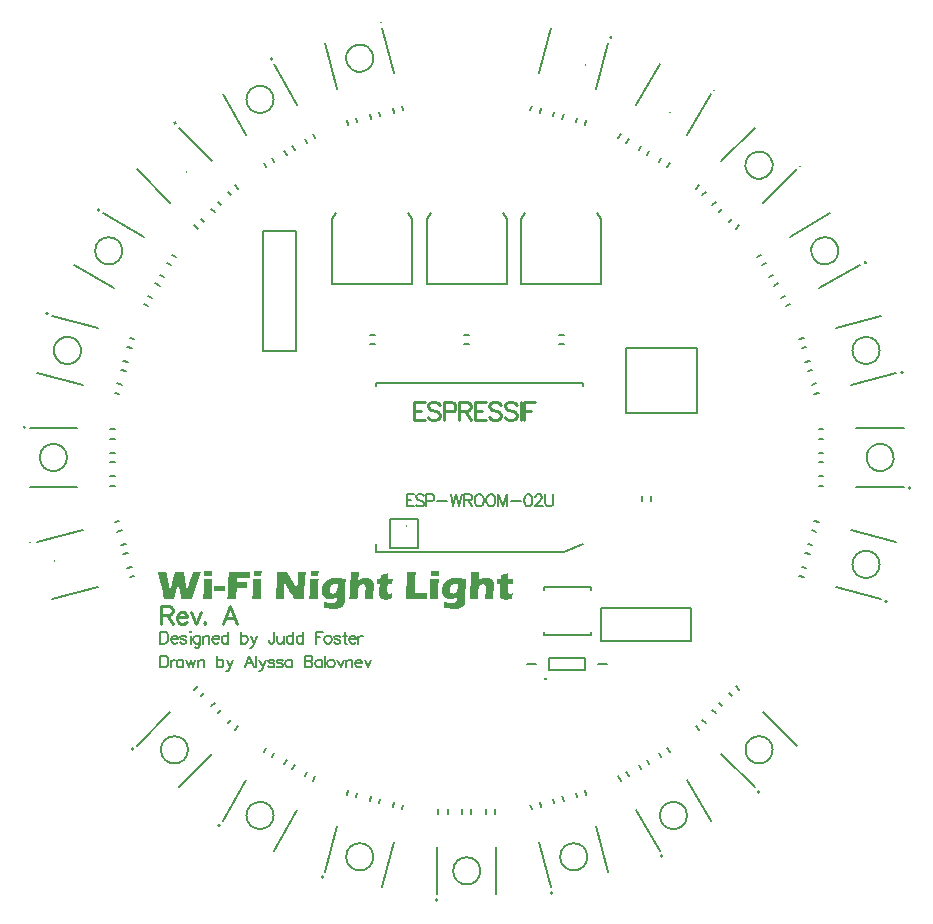
<source format=gbr>
%TF.GenerationSoftware,Altium Limited,Altium Designer,21.0.9 (235)*%
G04 Layer_Color=65535*
%FSLAX44Y44*%
%MOMM*%
%TF.SameCoordinates,5481C346-4989-4D35-A572-F3394CBA5BAB*%
%TF.FilePolarity,Positive*%
%TF.FileFunction,Legend,Top*%
%TF.Part,Single*%
G01*
G75*
%TA.AperFunction,NonConductor*%
%ADD66C,0.1500*%
%ADD67C,0.2500*%
%ADD68C,0.2000*%
G36*
X-23580Y-96232D02*
Y-96269D01*
X-23617Y-96528D01*
Y-96787D01*
X-23654Y-97083D01*
X-23765Y-99194D01*
Y-99231D01*
Y-99268D01*
Y-99379D01*
Y-99528D01*
Y-99861D01*
Y-100305D01*
X-30468D01*
Y-100268D01*
Y-100231D01*
Y-100120D01*
Y-99972D01*
X-30431Y-99602D01*
Y-99157D01*
Y-98639D01*
X-30394Y-98120D01*
Y-97602D01*
Y-97120D01*
Y-97046D01*
Y-96861D01*
Y-96602D01*
Y-96195D01*
X-29209D01*
X-28654Y-96232D01*
X-24728D01*
X-24136Y-96195D01*
X-23580D01*
Y-96232D01*
D02*
G37*
G36*
X-125385Y-96232D02*
Y-96269D01*
X-125422Y-96528D01*
Y-96787D01*
X-125459Y-97083D01*
X-125570Y-99194D01*
Y-99231D01*
Y-99268D01*
Y-99380D01*
Y-99528D01*
Y-99861D01*
Y-100305D01*
X-132273D01*
Y-100268D01*
Y-100231D01*
Y-100120D01*
Y-99972D01*
X-132236Y-99602D01*
Y-99157D01*
Y-98639D01*
X-132199Y-98120D01*
Y-97602D01*
Y-97120D01*
Y-97046D01*
Y-96861D01*
Y-96602D01*
Y-96195D01*
X-131014D01*
X-130458Y-96232D01*
X-126533D01*
X-125940Y-96195D01*
X-125385D01*
Y-96232D01*
D02*
G37*
G36*
X-173676D02*
Y-96269D01*
X-173713Y-96528D01*
Y-96787D01*
X-173750Y-97083D01*
X-173861Y-99194D01*
Y-99231D01*
Y-99268D01*
Y-99380D01*
Y-99528D01*
Y-99861D01*
Y-100305D01*
X-180564D01*
Y-100268D01*
Y-100231D01*
Y-100120D01*
Y-99972D01*
X-180527Y-99602D01*
Y-99157D01*
Y-98639D01*
X-180490Y-98120D01*
Y-97602D01*
Y-97120D01*
Y-97046D01*
Y-96861D01*
Y-96602D01*
Y-96195D01*
X-179305D01*
X-178749Y-96232D01*
X-174824D01*
X-174231Y-96195D01*
X-173676D01*
Y-96232D01*
D02*
G37*
G36*
X-215338Y-96232D02*
Y-96269D01*
X-215375Y-96528D01*
Y-96787D01*
X-215412Y-97083D01*
X-215523Y-99194D01*
Y-99231D01*
Y-99268D01*
Y-99380D01*
Y-99528D01*
Y-99861D01*
Y-100305D01*
X-222226D01*
Y-100268D01*
Y-100231D01*
Y-100120D01*
Y-99972D01*
X-222189Y-99602D01*
Y-99157D01*
Y-98639D01*
X-222152Y-98120D01*
Y-97602D01*
Y-97121D01*
Y-97046D01*
Y-96861D01*
Y-96602D01*
Y-96195D01*
X-220967D01*
X-220412Y-96232D01*
X-216486D01*
X-215894Y-96195D01*
X-215338D01*
Y-96232D01*
D02*
G37*
G36*
X10194Y-100750D02*
Y-100787D01*
X10157Y-100972D01*
Y-101231D01*
X10120Y-101676D01*
X10083Y-101935D01*
Y-102231D01*
X10046Y-102564D01*
X10009Y-102935D01*
Y-103379D01*
X9972Y-103860D01*
X9935Y-104379D01*
X9898Y-104934D01*
X9935Y-104897D01*
X10009Y-104823D01*
X10120Y-104675D01*
X10231Y-104527D01*
X10527Y-104157D01*
X10675Y-104009D01*
X10824Y-103860D01*
X10898Y-103786D01*
X11083Y-103638D01*
X11342Y-103453D01*
X11638Y-103231D01*
X11675D01*
X11712Y-103157D01*
X11934Y-103046D01*
X12194Y-102861D01*
X12527Y-102712D01*
X12564D01*
X12601Y-102675D01*
X12823Y-102564D01*
X13157Y-102453D01*
X13564Y-102342D01*
X13601D01*
X13675Y-102305D01*
X13786D01*
X13934Y-102268D01*
X14379Y-102194D01*
X14860Y-102120D01*
X14897D01*
X14971Y-102083D01*
X15119D01*
X15305Y-102046D01*
X15786Y-102009D01*
X16860D01*
X17230Y-102046D01*
X17638Y-102083D01*
X18119Y-102157D01*
X19119Y-102342D01*
X19193D01*
X19341Y-102416D01*
X19600Y-102490D01*
X19934Y-102601D01*
X20304Y-102750D01*
X20674Y-102972D01*
X21082Y-103194D01*
X21452Y-103490D01*
X21489Y-103527D01*
X21600Y-103638D01*
X21785Y-103786D01*
X21971Y-104009D01*
X22193Y-104305D01*
X22415Y-104601D01*
X22600Y-104934D01*
X22748Y-105305D01*
Y-105342D01*
X22822Y-105490D01*
X22859Y-105675D01*
X22933Y-105934D01*
X23008Y-106268D01*
X23045Y-106638D01*
X23119Y-107045D01*
Y-107490D01*
Y-107527D01*
Y-107564D01*
Y-107675D01*
Y-107823D01*
Y-108193D01*
X23082Y-108712D01*
Y-108749D01*
Y-108860D01*
Y-109008D01*
X23045Y-109230D01*
Y-109489D01*
X23008Y-109823D01*
Y-110193D01*
X22970Y-110601D01*
X22563Y-116341D01*
Y-116378D01*
Y-116526D01*
Y-116711D01*
X22526Y-116970D01*
Y-117563D01*
X22489Y-118155D01*
Y-118192D01*
Y-118266D01*
Y-118414D01*
Y-118637D01*
Y-118896D01*
Y-119192D01*
Y-119525D01*
Y-119896D01*
X15416D01*
Y-119859D01*
Y-119785D01*
X15453Y-119674D01*
Y-119488D01*
X15490Y-119266D01*
X15527Y-119044D01*
Y-118748D01*
X15564Y-118414D01*
X15638Y-117637D01*
X15712Y-116748D01*
X15823Y-115785D01*
X15897Y-114711D01*
Y-114674D01*
Y-114563D01*
X15934Y-114415D01*
Y-114230D01*
X15971Y-113970D01*
Y-113711D01*
X16045Y-113045D01*
X16082Y-112341D01*
X16119Y-111600D01*
X16156Y-110897D01*
Y-110304D01*
Y-110267D01*
Y-110230D01*
Y-110045D01*
X16119Y-109749D01*
X16082Y-109415D01*
X15971Y-109045D01*
X15860Y-108675D01*
X15675Y-108304D01*
X15453Y-108045D01*
X15416Y-108008D01*
X15342Y-107934D01*
X15194Y-107823D01*
X14971Y-107712D01*
X14712Y-107601D01*
X14416Y-107490D01*
X14082Y-107416D01*
X13675Y-107379D01*
X13527D01*
X13342Y-107416D01*
X13083D01*
X12527Y-107564D01*
X12231Y-107675D01*
X11934Y-107823D01*
X11897D01*
X11823Y-107897D01*
X11675Y-107971D01*
X11527Y-108082D01*
X11157Y-108415D01*
X10935Y-108638D01*
X10749Y-108897D01*
Y-108934D01*
X10675Y-109008D01*
X10601Y-109156D01*
X10490Y-109378D01*
X10379Y-109638D01*
X10268Y-109934D01*
X10120Y-110304D01*
X10009Y-110749D01*
Y-110823D01*
X9972Y-111008D01*
X9898Y-111341D01*
X9824Y-111823D01*
X9750Y-112415D01*
X9639Y-113156D01*
X9564Y-114008D01*
X9490Y-115007D01*
Y-115082D01*
Y-115156D01*
Y-115304D01*
X9453Y-115452D01*
Y-115674D01*
Y-115933D01*
X9416Y-116193D01*
Y-116526D01*
X9379Y-116896D01*
Y-117267D01*
X9342Y-117711D01*
Y-118192D01*
X9305Y-118711D01*
Y-119303D01*
X9268Y-119896D01*
X2380D01*
Y-119859D01*
Y-119785D01*
X2417Y-119637D01*
Y-119488D01*
X2454Y-119266D01*
Y-119007D01*
X2528Y-118414D01*
X2602Y-117785D01*
X2639Y-117081D01*
X2713Y-116378D01*
X2750Y-115748D01*
Y-115711D01*
Y-115600D01*
X2787Y-115415D01*
Y-115156D01*
X2824Y-114822D01*
Y-114415D01*
X2861Y-113970D01*
X2898Y-113452D01*
X2936Y-112896D01*
X2973Y-112267D01*
X3009Y-111637D01*
X3047Y-110934D01*
X3084Y-110193D01*
X3121Y-109415D01*
X3232Y-107749D01*
Y-107712D01*
Y-107601D01*
Y-107453D01*
X3269Y-107231D01*
Y-106971D01*
Y-106638D01*
X3306Y-106305D01*
Y-105897D01*
X3343Y-105045D01*
X3380Y-104046D01*
X3417Y-103046D01*
X3454Y-102009D01*
Y-101972D01*
Y-101898D01*
Y-101750D01*
Y-101527D01*
Y-101268D01*
X3491Y-100972D01*
Y-100676D01*
Y-100305D01*
Y-99453D01*
X3528Y-98565D01*
Y-97602D01*
Y-96602D01*
X4787D01*
X5343Y-96639D01*
X9305D01*
X10564Y-96602D01*
X10194Y-100750D01*
D02*
G37*
G36*
X-43430Y-102823D02*
X-43949Y-112489D01*
X-43986Y-114859D01*
X-43282Y-114859D01*
X-43023Y-114896D01*
X-41764D01*
X-41134Y-114933D01*
X-37653D01*
X-36542Y-114896D01*
X-35394D01*
X-34320Y-114859D01*
X-33802Y-114822D01*
X-33357D01*
X-33727Y-119896D01*
X-51911Y-119896D01*
Y-119859D01*
X-51874Y-119711D01*
Y-119525D01*
X-51837Y-119229D01*
X-51800Y-118896D01*
X-51763Y-118489D01*
X-51726Y-118044D01*
X-51688Y-117563D01*
X-51577Y-116526D01*
X-51503Y-115452D01*
X-51392Y-114341D01*
X-51318Y-113341D01*
Y-113304D01*
Y-113119D01*
X-51281Y-112897D01*
X-51244Y-112526D01*
Y-112119D01*
X-51207Y-111637D01*
X-51170Y-111082D01*
X-51096Y-110452D01*
X-51059Y-109786D01*
X-51022Y-109045D01*
X-50985Y-108305D01*
X-50948Y-107490D01*
X-50874Y-105823D01*
X-50800Y-104120D01*
Y-104083D01*
Y-103897D01*
Y-103675D01*
X-50763Y-103342D01*
Y-102972D01*
X-50726Y-102527D01*
Y-102009D01*
X-50689Y-101453D01*
Y-100268D01*
X-50652Y-99009D01*
X-50615Y-97750D01*
Y-97157D01*
Y-96602D01*
X-49207D01*
X-48578Y-96639D01*
X-44504D01*
X-43800Y-96602D01*
X-42986Y-96602D01*
X-43430Y-102823D01*
D02*
G37*
G36*
X-91610Y-100750D02*
Y-100787D01*
X-91647Y-100972D01*
Y-101231D01*
X-91684Y-101676D01*
X-91721Y-101935D01*
Y-102231D01*
X-91758Y-102564D01*
X-91795Y-102935D01*
Y-103379D01*
X-91833Y-103861D01*
X-91869Y-104379D01*
X-91906Y-104934D01*
X-91869Y-104897D01*
X-91795Y-104823D01*
X-91684Y-104675D01*
X-91573Y-104527D01*
X-91277Y-104157D01*
X-91129Y-104009D01*
X-90981Y-103861D01*
X-90907Y-103786D01*
X-90722Y-103638D01*
X-90462Y-103453D01*
X-90166Y-103231D01*
X-90129D01*
X-90092Y-103157D01*
X-89870Y-103046D01*
X-89611Y-102861D01*
X-89277Y-102712D01*
X-89240D01*
X-89203Y-102675D01*
X-88981Y-102564D01*
X-88648Y-102453D01*
X-88240Y-102342D01*
X-88203D01*
X-88129Y-102305D01*
X-88018D01*
X-87870Y-102268D01*
X-87425Y-102194D01*
X-86944Y-102120D01*
X-86907D01*
X-86833Y-102083D01*
X-86685D01*
X-86500Y-102046D01*
X-86018Y-102009D01*
X-84944D01*
X-84574Y-102046D01*
X-84167Y-102083D01*
X-83685Y-102157D01*
X-82685Y-102342D01*
X-82611D01*
X-82463Y-102416D01*
X-82204Y-102490D01*
X-81871Y-102601D01*
X-81500Y-102750D01*
X-81130Y-102972D01*
X-80723Y-103194D01*
X-80352Y-103490D01*
X-80315Y-103527D01*
X-80204Y-103638D01*
X-80019Y-103786D01*
X-79834Y-104009D01*
X-79612Y-104305D01*
X-79389Y-104601D01*
X-79204Y-104934D01*
X-79056Y-105305D01*
Y-105342D01*
X-78982Y-105490D01*
X-78945Y-105675D01*
X-78871Y-105934D01*
X-78797Y-106268D01*
X-78760Y-106638D01*
X-78686Y-107045D01*
Y-107490D01*
Y-107527D01*
Y-107564D01*
Y-107675D01*
Y-107823D01*
Y-108193D01*
X-78723Y-108712D01*
Y-108749D01*
Y-108860D01*
Y-109008D01*
X-78760Y-109230D01*
Y-109489D01*
X-78797Y-109823D01*
Y-110193D01*
X-78834Y-110601D01*
X-79241Y-116341D01*
Y-116378D01*
Y-116526D01*
Y-116711D01*
X-79278Y-116970D01*
Y-117563D01*
X-79315Y-118155D01*
Y-118192D01*
Y-118266D01*
Y-118414D01*
Y-118637D01*
Y-118896D01*
Y-119192D01*
Y-119525D01*
Y-119896D01*
X-86389D01*
Y-119859D01*
Y-119785D01*
X-86352Y-119674D01*
Y-119488D01*
X-86314Y-119266D01*
X-86278Y-119044D01*
Y-118748D01*
X-86241Y-118414D01*
X-86166Y-117637D01*
X-86092Y-116748D01*
X-85981Y-115785D01*
X-85907Y-114711D01*
Y-114674D01*
Y-114563D01*
X-85870Y-114415D01*
Y-114230D01*
X-85833Y-113970D01*
Y-113711D01*
X-85759Y-113045D01*
X-85722Y-112341D01*
X-85685Y-111600D01*
X-85648Y-110897D01*
Y-110304D01*
Y-110267D01*
Y-110230D01*
Y-110045D01*
X-85685Y-109749D01*
X-85722Y-109416D01*
X-85833Y-109045D01*
X-85944Y-108675D01*
X-86129Y-108305D01*
X-86352Y-108045D01*
X-86389Y-108008D01*
X-86463Y-107934D01*
X-86611Y-107823D01*
X-86833Y-107712D01*
X-87092Y-107601D01*
X-87388Y-107490D01*
X-87722Y-107416D01*
X-88129Y-107379D01*
X-88277D01*
X-88462Y-107416D01*
X-88722D01*
X-89277Y-107564D01*
X-89573Y-107675D01*
X-89870Y-107823D01*
X-89907D01*
X-89981Y-107897D01*
X-90129Y-107971D01*
X-90277Y-108082D01*
X-90647Y-108416D01*
X-90870Y-108638D01*
X-91055Y-108897D01*
Y-108934D01*
X-91129Y-109008D01*
X-91203Y-109156D01*
X-91314Y-109378D01*
X-91425Y-109638D01*
X-91536Y-109934D01*
X-91684Y-110304D01*
X-91795Y-110749D01*
Y-110823D01*
X-91833Y-111008D01*
X-91906Y-111341D01*
X-91981Y-111823D01*
X-92055Y-112415D01*
X-92166Y-113156D01*
X-92240Y-114008D01*
X-92314Y-115007D01*
Y-115082D01*
Y-115156D01*
Y-115304D01*
X-92351Y-115452D01*
Y-115674D01*
Y-115933D01*
X-92388Y-116193D01*
Y-116526D01*
X-92425Y-116896D01*
Y-117267D01*
X-92462Y-117711D01*
Y-118192D01*
X-92499Y-118711D01*
Y-119303D01*
X-92536Y-119896D01*
X-99424D01*
Y-119859D01*
Y-119785D01*
X-99387Y-119637D01*
Y-119488D01*
X-99350Y-119266D01*
Y-119007D01*
X-99276Y-118414D01*
X-99202Y-117785D01*
X-99165Y-117081D01*
X-99091Y-116378D01*
X-99054Y-115748D01*
Y-115711D01*
Y-115600D01*
X-99017Y-115415D01*
Y-115156D01*
X-98980Y-114822D01*
Y-114415D01*
X-98943Y-113970D01*
X-98906Y-113452D01*
X-98869Y-112897D01*
X-98832Y-112267D01*
X-98795Y-111637D01*
X-98758Y-110934D01*
X-98721Y-110193D01*
X-98684Y-109416D01*
X-98573Y-107749D01*
Y-107712D01*
Y-107601D01*
Y-107453D01*
X-98535Y-107231D01*
Y-106971D01*
Y-106638D01*
X-98498Y-106305D01*
Y-105897D01*
X-98461Y-105045D01*
X-98424Y-104046D01*
X-98387Y-103046D01*
X-98350Y-102009D01*
Y-101972D01*
Y-101898D01*
Y-101750D01*
Y-101527D01*
Y-101268D01*
X-98313Y-100972D01*
Y-100676D01*
Y-100305D01*
Y-99453D01*
X-98276Y-98565D01*
Y-97602D01*
Y-96602D01*
X-97017D01*
X-96462Y-96639D01*
X-92499D01*
X-91240Y-96602D01*
X-91610Y-100750D01*
D02*
G37*
G36*
X-136606Y-101713D02*
X-137383Y-115822D01*
X-137457Y-119896D01*
X-146123D01*
Y-119859D01*
X-146160Y-119822D01*
X-146271Y-119637D01*
X-146419Y-119340D01*
X-146605Y-118970D01*
X-147012Y-118192D01*
X-147234Y-117822D01*
X-147419Y-117489D01*
X-150271Y-112637D01*
Y-112600D01*
X-150345Y-112526D01*
X-150419Y-112415D01*
X-150493Y-112230D01*
X-150641Y-112008D01*
X-150752Y-111749D01*
X-151086Y-111156D01*
X-151493Y-110452D01*
X-151937Y-109675D01*
X-152382Y-108860D01*
X-152826Y-108045D01*
X-152863Y-107971D01*
X-152974Y-107786D01*
X-153122Y-107527D01*
X-153308Y-107156D01*
X-153567Y-106712D01*
X-153826Y-106194D01*
X-154122Y-105601D01*
X-154456Y-105008D01*
X-154789Y-113082D01*
X-154937Y-119896D01*
X-161677D01*
X-161344Y-116341D01*
X-160714Y-104194D01*
X-160492Y-99268D01*
Y-96602D01*
X-158937D01*
X-158196Y-96639D01*
X-153530D01*
X-152715Y-96602D01*
X-151789D01*
X-144494Y-109860D01*
X-143494Y-111823D01*
Y-111786D01*
Y-111674D01*
X-143457Y-111526D01*
Y-111304D01*
Y-111008D01*
X-143420Y-110638D01*
Y-110230D01*
X-143383Y-109749D01*
X-143346Y-109193D01*
X-143309Y-108601D01*
Y-107934D01*
X-143272Y-107231D01*
X-143235Y-106453D01*
X-143197Y-105601D01*
X-143160Y-104712D01*
X-143124Y-103786D01*
Y-103712D01*
Y-103564D01*
Y-103305D01*
X-143086Y-102935D01*
Y-102527D01*
X-143049Y-102046D01*
Y-101527D01*
X-143012Y-100935D01*
Y-99750D01*
X-142975Y-98565D01*
X-142938Y-98009D01*
Y-97491D01*
Y-97009D01*
Y-96602D01*
X-141716D01*
X-141198Y-96639D01*
X-137902D01*
X-137531Y-96602D01*
X-136198D01*
X-136606Y-101713D01*
D02*
G37*
G36*
X-183527Y-96639D02*
Y-96787D01*
X-183564Y-96972D01*
Y-97232D01*
X-183601Y-97528D01*
Y-97898D01*
X-183675Y-98713D01*
X-183712Y-99565D01*
X-183786Y-100379D01*
Y-100787D01*
X-183823Y-101157D01*
Y-101453D01*
Y-101713D01*
X-185304Y-101638D01*
X-194414Y-101638D01*
X-194563Y-105675D01*
X-192081Y-105712D01*
X-187304Y-105712D01*
X-186526Y-105675D01*
X-185675D01*
Y-105712D01*
Y-105823D01*
X-185712Y-105971D01*
Y-106194D01*
Y-106490D01*
X-185749Y-106786D01*
X-185786Y-107527D01*
X-185823Y-108342D01*
X-185860Y-109156D01*
X-185897Y-110008D01*
Y-110749D01*
X-186156D01*
X-186341Y-110712D01*
X-186823D01*
X-187415Y-110675D01*
X-188082D01*
X-188748Y-110638D01*
X-191378D01*
X-192118Y-110675D01*
X-192970D01*
X-193896Y-110712D01*
X-194859Y-110749D01*
X-195044Y-116896D01*
Y-119155D01*
Y-119896D01*
X-202710D01*
Y-119859D01*
Y-119748D01*
X-202673Y-119563D01*
X-202636Y-119340D01*
Y-119044D01*
X-202599Y-118711D01*
X-202562Y-118303D01*
X-202525Y-117896D01*
X-202451Y-117007D01*
X-202377Y-116081D01*
X-202302Y-115193D01*
X-202228Y-114341D01*
Y-114304D01*
Y-114193D01*
X-202191Y-114008D01*
Y-113785D01*
X-202154Y-113452D01*
Y-113082D01*
X-202117Y-112637D01*
X-202080Y-112119D01*
Y-111526D01*
X-202043Y-110897D01*
X-202006Y-110193D01*
X-201969Y-109416D01*
X-201932Y-108601D01*
X-201895Y-107749D01*
X-201858Y-106823D01*
X-201821Y-105823D01*
Y-105749D01*
Y-105601D01*
Y-105305D01*
X-201784Y-104935D01*
Y-104490D01*
X-201747Y-104009D01*
Y-103453D01*
X-201710Y-102861D01*
Y-101638D01*
X-201673Y-100416D01*
X-201636Y-99861D01*
Y-99342D01*
Y-98898D01*
Y-98491D01*
Y-96602D01*
X-198525D01*
X-197822Y-96639D01*
X-186600Y-96639D01*
X-185082Y-96602D01*
X-183527D01*
Y-96639D01*
D02*
G37*
G36*
X-231633Y-116452D02*
X-232707Y-119896D01*
X-241595D01*
X-242002Y-117563D01*
X-243521Y-109452D01*
Y-109416D01*
Y-109341D01*
X-243557Y-109193D01*
X-243594Y-108971D01*
X-243669Y-108490D01*
X-243743Y-107934D01*
Y-107897D01*
Y-107786D01*
X-243780Y-107601D01*
X-243817Y-107342D01*
X-243854Y-107008D01*
X-243891Y-106601D01*
X-243928Y-106082D01*
X-244002Y-105527D01*
X-244594Y-108156D01*
Y-108193D01*
X-244632Y-108305D01*
X-244669Y-108490D01*
X-244743Y-108712D01*
X-244817Y-108971D01*
X-244891Y-109267D01*
X-245039Y-109934D01*
X-247779Y-119896D01*
X-256334D01*
X-256926Y-116785D01*
Y-116748D01*
X-256964Y-116563D01*
X-257001Y-116341D01*
X-257075Y-115970D01*
X-257186Y-115526D01*
X-257297Y-115007D01*
X-257408Y-114378D01*
X-257556Y-113674D01*
X-260333Y-100935D01*
X-261333Y-96602D01*
X-260074D01*
X-259556Y-96639D01*
X-255741D01*
X-255112Y-96602D01*
X-254371D01*
Y-96639D01*
X-254334Y-96713D01*
Y-96861D01*
X-254297Y-97046D01*
X-254260Y-97306D01*
X-254223Y-97565D01*
X-254112Y-98157D01*
X-254001Y-98824D01*
X-253853Y-99528D01*
X-253742Y-100157D01*
X-253631Y-100713D01*
X-252223Y-107564D01*
Y-107601D01*
X-252186Y-107675D01*
Y-107786D01*
X-252149Y-107971D01*
X-252112Y-108193D01*
X-252038Y-108416D01*
X-252001Y-108749D01*
X-251927Y-109082D01*
X-251853Y-109452D01*
X-251779Y-109860D01*
X-251631Y-110786D01*
X-251409Y-111823D01*
X-251223Y-112971D01*
X-250668Y-110601D01*
X-248631Y-102712D01*
X-247224Y-96602D01*
X-245854D01*
X-245224Y-96639D01*
X-240891D01*
X-240150Y-96602D01*
X-239336D01*
X-238262Y-103786D01*
X-236780Y-112934D01*
X-236114Y-110452D01*
Y-110415D01*
X-236077Y-110341D01*
X-236040Y-110193D01*
X-236003Y-110045D01*
X-235892Y-109601D01*
X-235744Y-109119D01*
Y-109082D01*
X-235707Y-108971D01*
X-235632Y-108786D01*
X-235558Y-108527D01*
X-235410Y-108193D01*
X-235262Y-107712D01*
X-235077Y-107156D01*
X-234855Y-106490D01*
X-232781Y-99935D01*
X-231818Y-96602D01*
X-230596D01*
X-230077Y-96639D01*
X-226337D01*
X-225707Y-96602D01*
X-225004D01*
X-231633Y-116452D01*
D02*
G37*
G36*
X-23617Y-102527D02*
Y-102638D01*
X-23654Y-102787D01*
Y-103046D01*
X-23691Y-103305D01*
X-23728Y-103638D01*
X-23765Y-104009D01*
Y-104416D01*
X-23839Y-105305D01*
X-23914Y-106231D01*
X-23988Y-107193D01*
X-24062Y-108156D01*
Y-108193D01*
Y-108267D01*
Y-108415D01*
Y-108564D01*
X-24099Y-108823D01*
Y-109082D01*
Y-109378D01*
Y-109712D01*
X-24136Y-110489D01*
Y-111378D01*
X-24173Y-112341D01*
Y-113341D01*
Y-113378D01*
Y-113563D01*
Y-113785D01*
Y-114119D01*
Y-114526D01*
X-24210Y-114970D01*
Y-115452D01*
Y-115970D01*
Y-117081D01*
X-24247Y-118155D01*
Y-118674D01*
Y-119118D01*
Y-119525D01*
Y-119896D01*
X-31542D01*
Y-119859D01*
Y-119785D01*
X-31505Y-119711D01*
Y-119563D01*
X-31468Y-119155D01*
X-31431Y-118674D01*
X-31357Y-118155D01*
X-31320Y-117600D01*
X-31246Y-117007D01*
X-31209Y-116489D01*
Y-116415D01*
X-31172Y-116229D01*
Y-115970D01*
X-31135Y-115563D01*
X-31098Y-115044D01*
X-31061Y-114489D01*
X-31024Y-113785D01*
X-30987Y-113045D01*
Y-113008D01*
Y-112934D01*
Y-112823D01*
X-30950Y-112674D01*
Y-112489D01*
Y-112230D01*
X-30913Y-111674D01*
X-30876Y-110971D01*
Y-110193D01*
X-30839Y-109341D01*
X-30802Y-108415D01*
Y-108378D01*
Y-108304D01*
Y-108156D01*
Y-107971D01*
X-30765Y-107712D01*
Y-107416D01*
Y-107082D01*
Y-106712D01*
Y-106305D01*
X-30728Y-105860D01*
Y-104823D01*
X-30691Y-103712D01*
Y-102490D01*
X-29395D01*
X-28839Y-102527D01*
X-25136D01*
X-24432Y-102490D01*
X-23617D01*
Y-102527D01*
D02*
G37*
G36*
X-125422Y-102527D02*
Y-102638D01*
X-125459Y-102787D01*
Y-103046D01*
X-125496Y-103305D01*
X-125533Y-103638D01*
X-125570Y-104009D01*
Y-104416D01*
X-125644Y-105305D01*
X-125718Y-106231D01*
X-125792Y-107193D01*
X-125866Y-108156D01*
Y-108193D01*
Y-108267D01*
Y-108416D01*
Y-108564D01*
X-125903Y-108823D01*
Y-109082D01*
Y-109378D01*
Y-109712D01*
X-125940Y-110489D01*
Y-111378D01*
X-125977Y-112341D01*
Y-113341D01*
Y-113378D01*
Y-113563D01*
Y-113785D01*
Y-114119D01*
Y-114526D01*
X-126014Y-114970D01*
Y-115452D01*
Y-115970D01*
Y-117081D01*
X-126051Y-118155D01*
Y-118674D01*
Y-119118D01*
Y-119525D01*
Y-119896D01*
X-133347D01*
Y-119859D01*
Y-119785D01*
X-133310Y-119711D01*
Y-119563D01*
X-133273Y-119155D01*
X-133236Y-118674D01*
X-133161Y-118155D01*
X-133125Y-117600D01*
X-133050Y-117007D01*
X-133013Y-116489D01*
Y-116415D01*
X-132976Y-116230D01*
Y-115970D01*
X-132939Y-115563D01*
X-132902Y-115044D01*
X-132865Y-114489D01*
X-132828Y-113785D01*
X-132791Y-113045D01*
Y-113008D01*
Y-112934D01*
Y-112823D01*
X-132754Y-112674D01*
Y-112489D01*
Y-112230D01*
X-132717Y-111674D01*
X-132680Y-110971D01*
Y-110193D01*
X-132643Y-109341D01*
X-132606Y-108416D01*
Y-108378D01*
Y-108305D01*
Y-108156D01*
Y-107971D01*
X-132569Y-107712D01*
Y-107416D01*
Y-107082D01*
Y-106712D01*
Y-106305D01*
X-132532Y-105860D01*
Y-104823D01*
X-132495Y-103712D01*
Y-102490D01*
X-131199D01*
X-130643Y-102527D01*
X-126940D01*
X-126236Y-102490D01*
X-125422D01*
Y-102527D01*
D02*
G37*
G36*
X-173713D02*
Y-102638D01*
X-173750Y-102787D01*
Y-103046D01*
X-173787Y-103305D01*
X-173824Y-103638D01*
X-173861Y-104009D01*
Y-104416D01*
X-173935Y-105305D01*
X-174009Y-106231D01*
X-174083Y-107193D01*
X-174157Y-108156D01*
Y-108193D01*
Y-108267D01*
Y-108416D01*
Y-108564D01*
X-174194Y-108823D01*
Y-109082D01*
Y-109378D01*
Y-109712D01*
X-174231Y-110489D01*
Y-111378D01*
X-174268Y-112341D01*
Y-113341D01*
Y-113378D01*
Y-113563D01*
Y-113785D01*
Y-114119D01*
Y-114526D01*
X-174305Y-114970D01*
Y-115452D01*
Y-115970D01*
Y-117081D01*
X-174342Y-118155D01*
Y-118674D01*
Y-119118D01*
Y-119525D01*
Y-119896D01*
X-181638D01*
Y-119859D01*
Y-119785D01*
X-181601Y-119711D01*
Y-119563D01*
X-181564Y-119155D01*
X-181527Y-118674D01*
X-181453Y-118155D01*
X-181416Y-117600D01*
X-181342Y-117007D01*
X-181305Y-116489D01*
Y-116415D01*
X-181268Y-116230D01*
Y-115970D01*
X-181231Y-115563D01*
X-181194Y-115044D01*
X-181157Y-114489D01*
X-181119Y-113785D01*
X-181082Y-113045D01*
Y-113008D01*
Y-112934D01*
Y-112823D01*
X-181045Y-112674D01*
Y-112489D01*
Y-112230D01*
X-181008Y-111674D01*
X-180971Y-110971D01*
Y-110193D01*
X-180934Y-109341D01*
X-180897Y-108416D01*
Y-108378D01*
Y-108305D01*
Y-108156D01*
Y-107971D01*
X-180860Y-107712D01*
Y-107416D01*
Y-107082D01*
Y-106712D01*
Y-106305D01*
X-180823Y-105860D01*
Y-104823D01*
X-180786Y-103712D01*
Y-102490D01*
X-179490D01*
X-178935Y-102527D01*
X-175231D01*
X-174528Y-102490D01*
X-173713D01*
Y-102527D01*
D02*
G37*
G36*
X-215375Y-102527D02*
Y-102638D01*
X-215412Y-102787D01*
Y-103046D01*
X-215449Y-103305D01*
X-215486Y-103638D01*
X-215523Y-104009D01*
Y-104416D01*
X-215597Y-105305D01*
X-215672Y-106231D01*
X-215746Y-107193D01*
X-215820Y-108156D01*
Y-108193D01*
Y-108267D01*
Y-108416D01*
Y-108564D01*
X-215857Y-108823D01*
Y-109082D01*
Y-109378D01*
Y-109712D01*
X-215894Y-110489D01*
Y-111378D01*
X-215931Y-112341D01*
Y-113341D01*
Y-113378D01*
Y-113563D01*
Y-113785D01*
Y-114119D01*
Y-114526D01*
X-215968Y-114971D01*
Y-115452D01*
Y-115970D01*
Y-117081D01*
X-216005Y-118155D01*
Y-118674D01*
Y-119118D01*
Y-119525D01*
Y-119896D01*
X-223300D01*
Y-119859D01*
Y-119785D01*
X-223263Y-119711D01*
Y-119563D01*
X-223226Y-119155D01*
X-223189Y-118674D01*
X-223115Y-118155D01*
X-223078Y-117600D01*
X-223004Y-117007D01*
X-222967Y-116489D01*
Y-116415D01*
X-222930Y-116230D01*
Y-115970D01*
X-222893Y-115563D01*
X-222856Y-115044D01*
X-222819Y-114489D01*
X-222782Y-113785D01*
X-222745Y-113045D01*
Y-113008D01*
Y-112934D01*
Y-112823D01*
X-222708Y-112674D01*
Y-112489D01*
Y-112230D01*
X-222671Y-111674D01*
X-222634Y-110971D01*
Y-110193D01*
X-222597Y-109341D01*
X-222560Y-108416D01*
Y-108378D01*
Y-108305D01*
Y-108156D01*
Y-107971D01*
X-222523Y-107712D01*
Y-107416D01*
Y-107082D01*
Y-106712D01*
Y-106305D01*
X-222486Y-105860D01*
Y-104823D01*
X-222449Y-103712D01*
Y-102490D01*
X-221152D01*
X-220597Y-102527D01*
X-216894D01*
X-216190Y-102490D01*
X-215375D01*
Y-102527D01*
D02*
G37*
G36*
X-204450Y-108490D02*
Y-108564D01*
X-204487Y-108675D01*
Y-108823D01*
Y-109045D01*
X-204524Y-109304D01*
X-204562Y-109860D01*
X-204599Y-110601D01*
X-204636Y-111378D01*
X-204673Y-112267D01*
X-204710Y-113193D01*
X-205599D01*
X-206191Y-113156D01*
X-212153D01*
X-212968Y-113193D01*
X-213857D01*
Y-113156D01*
Y-113082D01*
Y-112934D01*
X-213820Y-112786D01*
Y-112563D01*
X-213783Y-112304D01*
X-213746Y-111674D01*
X-213709Y-110934D01*
X-213672Y-110156D01*
Y-109304D01*
X-213635Y-108453D01*
X-213005D01*
X-212746Y-108490D01*
X-211450D01*
X-210672Y-108527D01*
X-207635D01*
X-206969Y-108490D01*
X-205339D01*
X-204450Y-108453D01*
Y-108490D01*
D02*
G37*
G36*
X35303Y-97972D02*
Y-98046D01*
Y-98157D01*
X35266Y-98343D01*
Y-98528D01*
Y-98787D01*
X35228Y-99379D01*
X35191Y-100120D01*
X35154Y-100935D01*
Y-101824D01*
X35117Y-102750D01*
X39006D01*
Y-102787D01*
Y-102898D01*
Y-103083D01*
X38969Y-103342D01*
Y-103601D01*
Y-103934D01*
X38932Y-104675D01*
X38895Y-105490D01*
Y-106231D01*
X38858Y-106601D01*
Y-106934D01*
Y-107231D01*
Y-107453D01*
X34932D01*
X34710Y-111712D01*
Y-111749D01*
Y-111860D01*
Y-112045D01*
Y-112230D01*
X34673Y-112637D01*
Y-112823D01*
Y-112934D01*
Y-112971D01*
Y-113082D01*
Y-113230D01*
X34710Y-113415D01*
X34747Y-113859D01*
X34858Y-114304D01*
Y-114341D01*
X34895Y-114378D01*
X35006Y-114600D01*
X35191Y-114859D01*
X35488Y-115082D01*
X35525D01*
X35562Y-115119D01*
X35784Y-115193D01*
X36117Y-115267D01*
X36525Y-115304D01*
X37043D01*
X37376Y-115267D01*
X37450D01*
X37562Y-115230D01*
X37747Y-115193D01*
X37969Y-115119D01*
X38228Y-115044D01*
X38561Y-114970D01*
X38969Y-114859D01*
Y-114933D01*
X38932Y-115119D01*
X38858Y-115415D01*
X38784Y-115785D01*
X38672Y-116193D01*
X38598Y-116674D01*
X38413Y-117711D01*
X38080Y-119785D01*
X38006D01*
X37784Y-119822D01*
X37487Y-119896D01*
X37117Y-119970D01*
X36673Y-120044D01*
X36228Y-120118D01*
X35821Y-120192D01*
X35414Y-120229D01*
X35266D01*
X35080Y-120266D01*
X34821D01*
X34525Y-120303D01*
X34228D01*
X33562Y-120340D01*
X33043D01*
X32710Y-120303D01*
X32303Y-120266D01*
X31858Y-120229D01*
X30970Y-120081D01*
X30933D01*
X30784Y-120044D01*
X30562Y-119970D01*
X30303Y-119896D01*
X29711Y-119637D01*
X29377Y-119451D01*
X29081Y-119229D01*
X29044Y-119192D01*
X28970Y-119118D01*
X28822Y-118970D01*
X28674Y-118785D01*
X28525Y-118563D01*
X28340Y-118303D01*
X28192Y-118007D01*
X28081Y-117711D01*
Y-117674D01*
X28044Y-117563D01*
X28007Y-117378D01*
X27970Y-117155D01*
X27896Y-116896D01*
X27859Y-116600D01*
X27822Y-115896D01*
Y-115859D01*
Y-115748D01*
Y-115563D01*
Y-115304D01*
Y-115267D01*
Y-115193D01*
Y-115082D01*
Y-114896D01*
X27859Y-114637D01*
Y-114304D01*
X27896Y-113859D01*
X27933Y-113341D01*
X28340Y-107453D01*
X25674D01*
Y-107416D01*
Y-107231D01*
X25711Y-106971D01*
Y-106638D01*
X25748Y-106194D01*
X25785Y-105638D01*
Y-105045D01*
X25822Y-104342D01*
X25859Y-102750D01*
X28711D01*
Y-102712D01*
X28748Y-102601D01*
Y-102379D01*
X28785Y-102009D01*
X28822Y-101564D01*
X28859Y-101268D01*
Y-100972D01*
X28896Y-100602D01*
X28933Y-100231D01*
Y-99787D01*
X28970Y-99305D01*
X31895Y-98750D01*
X31932D01*
X32044Y-98713D01*
X32266Y-98639D01*
X32599Y-98565D01*
X33080Y-98454D01*
X33340Y-98417D01*
X33673Y-98343D01*
X34006Y-98231D01*
X34414Y-98157D01*
X34821Y-98046D01*
X35303Y-97935D01*
Y-97972D01*
D02*
G37*
G36*
X-66502Y-97972D02*
Y-98046D01*
Y-98157D01*
X-66539Y-98343D01*
Y-98528D01*
Y-98787D01*
X-66576Y-99380D01*
X-66613Y-100120D01*
X-66650Y-100935D01*
Y-101824D01*
X-66687Y-102750D01*
X-62799D01*
Y-102787D01*
Y-102898D01*
Y-103083D01*
X-62835Y-103342D01*
Y-103601D01*
Y-103934D01*
X-62873Y-104675D01*
X-62910Y-105490D01*
Y-106231D01*
X-62947Y-106601D01*
Y-106934D01*
Y-107231D01*
Y-107453D01*
X-66872D01*
X-67094Y-111712D01*
Y-111749D01*
Y-111860D01*
Y-112045D01*
Y-112230D01*
X-67131Y-112637D01*
Y-112823D01*
Y-112934D01*
Y-112971D01*
Y-113082D01*
Y-113230D01*
X-67094Y-113415D01*
X-67057Y-113859D01*
X-66946Y-114304D01*
Y-114341D01*
X-66909Y-114378D01*
X-66798Y-114600D01*
X-66613Y-114859D01*
X-66317Y-115082D01*
X-66280D01*
X-66242Y-115119D01*
X-66020Y-115193D01*
X-65687Y-115267D01*
X-65280Y-115304D01*
X-64761D01*
X-64428Y-115267D01*
X-64354D01*
X-64243Y-115230D01*
X-64058Y-115193D01*
X-63835Y-115119D01*
X-63576Y-115044D01*
X-63243Y-114970D01*
X-62835Y-114859D01*
Y-114933D01*
X-62873Y-115119D01*
X-62947Y-115415D01*
X-63021Y-115785D01*
X-63132Y-116193D01*
X-63206Y-116674D01*
X-63391Y-117711D01*
X-63724Y-119785D01*
X-63798D01*
X-64021Y-119822D01*
X-64317Y-119896D01*
X-64687Y-119970D01*
X-65132Y-120044D01*
X-65576Y-120118D01*
X-65983Y-120192D01*
X-66391Y-120229D01*
X-66539D01*
X-66724Y-120266D01*
X-66983D01*
X-67280Y-120303D01*
X-67576D01*
X-68242Y-120340D01*
X-68761D01*
X-69094Y-120303D01*
X-69502Y-120266D01*
X-69946Y-120229D01*
X-70835Y-120081D01*
X-70872D01*
X-71020Y-120044D01*
X-71242Y-119970D01*
X-71501Y-119896D01*
X-72094Y-119637D01*
X-72427Y-119452D01*
X-72723Y-119229D01*
X-72760Y-119192D01*
X-72834Y-119118D01*
X-72983Y-118970D01*
X-73131Y-118785D01*
X-73279Y-118563D01*
X-73464Y-118303D01*
X-73612Y-118007D01*
X-73723Y-117711D01*
Y-117674D01*
X-73760Y-117563D01*
X-73797Y-117378D01*
X-73834Y-117155D01*
X-73908Y-116896D01*
X-73945Y-116600D01*
X-73983Y-115896D01*
Y-115859D01*
Y-115748D01*
Y-115563D01*
Y-115304D01*
Y-115267D01*
Y-115193D01*
Y-115082D01*
Y-114896D01*
X-73945Y-114637D01*
Y-114304D01*
X-73908Y-113859D01*
X-73871Y-113341D01*
X-73464Y-107453D01*
X-76130D01*
Y-107416D01*
Y-107231D01*
X-76093Y-106971D01*
Y-106638D01*
X-76056Y-106194D01*
X-76019Y-105638D01*
Y-105045D01*
X-75982Y-104342D01*
X-75945Y-102750D01*
X-73094D01*
Y-102712D01*
X-73057Y-102601D01*
Y-102379D01*
X-73020Y-102009D01*
X-72983Y-101564D01*
X-72945Y-101268D01*
Y-100972D01*
X-72909Y-100602D01*
X-72871Y-100231D01*
Y-99787D01*
X-72834Y-99305D01*
X-69909Y-98750D01*
X-69872D01*
X-69761Y-98713D01*
X-69538Y-98639D01*
X-69205Y-98565D01*
X-68724Y-98454D01*
X-68464Y-98417D01*
X-68131Y-98343D01*
X-67798Y-98231D01*
X-67391Y-98157D01*
X-66983Y-98046D01*
X-66502Y-97935D01*
Y-97972D01*
D02*
G37*
G36*
X-8137Y-102083D02*
X-7619D01*
X-7064Y-102120D01*
X-6434Y-102157D01*
X-5730Y-102231D01*
X-5656D01*
X-5545Y-102268D01*
X-5397D01*
X-5175Y-102305D01*
X-4953D01*
X-4693Y-102342D01*
X-4360Y-102379D01*
X-4027Y-102453D01*
X-3619Y-102490D01*
X-3212Y-102564D01*
X-2731Y-102638D01*
X-1731Y-102787D01*
X-546Y-103009D01*
X-953Y-108638D01*
X-1323Y-114822D01*
Y-114859D01*
Y-114933D01*
Y-115044D01*
Y-115193D01*
X-1360Y-115563D01*
Y-115896D01*
X-1471Y-121414D01*
Y-121451D01*
Y-121599D01*
X-1508Y-121784D01*
Y-122044D01*
X-1546Y-122340D01*
X-1583Y-122710D01*
X-1731Y-123414D01*
Y-123451D01*
X-1768Y-123562D01*
X-1805Y-123747D01*
X-1879Y-123932D01*
X-2064Y-124488D01*
X-2360Y-125043D01*
X-2397Y-125080D01*
X-2434Y-125154D01*
X-2545Y-125303D01*
X-2657Y-125488D01*
X-3027Y-125895D01*
X-3471Y-126340D01*
X-3508Y-126377D01*
X-3582Y-126451D01*
X-3731Y-126562D01*
X-3916Y-126710D01*
X-4175Y-126858D01*
X-4434Y-127006D01*
X-5064Y-127303D01*
X-5101D01*
X-5212Y-127376D01*
X-5397Y-127451D01*
X-5656Y-127525D01*
X-5990Y-127636D01*
X-6360Y-127747D01*
X-6767Y-127858D01*
X-7212Y-127932D01*
X-7286D01*
X-7434Y-127969D01*
X-7693Y-128006D01*
X-8063Y-128043D01*
X-8471Y-128117D01*
X-8952Y-128154D01*
X-9471Y-128191D01*
X-10545D01*
X-10841Y-128154D01*
X-11174D01*
X-11581Y-128117D01*
X-12026Y-128080D01*
X-12211D01*
X-12470Y-128043D01*
X-12767Y-128006D01*
X-13137D01*
X-13544Y-127969D01*
X-14470Y-127858D01*
X-14507D01*
X-14692Y-127821D01*
X-14914Y-127784D01*
X-15211Y-127747D01*
X-15544Y-127710D01*
X-15877Y-127636D01*
X-16618Y-127525D01*
X-16655D01*
X-16766Y-127488D01*
X-16988Y-127451D01*
X-17248Y-127414D01*
X-17581Y-127339D01*
X-17988Y-127265D01*
X-18433Y-127191D01*
X-18914Y-127080D01*
X-19062Y-124821D01*
Y-124784D01*
Y-124673D01*
Y-124488D01*
Y-124229D01*
X-19099Y-123858D01*
X-19136Y-123340D01*
X-19173Y-122747D01*
X-19210Y-122007D01*
X-19173D01*
X-19099Y-122044D01*
X-18988Y-122081D01*
X-18840Y-122118D01*
X-18433Y-122266D01*
X-17914Y-122414D01*
X-17322Y-122599D01*
X-16655Y-122747D01*
X-15989Y-122895D01*
X-15359Y-123044D01*
X-15285D01*
X-15063Y-123081D01*
X-14766Y-123118D01*
X-14359Y-123192D01*
X-13915Y-123229D01*
X-13433Y-123303D01*
X-12915Y-123340D01*
X-12100D01*
X-11878Y-123303D01*
X-11359Y-123229D01*
X-10804Y-123118D01*
X-10767D01*
X-10693Y-123081D01*
X-10545Y-123044D01*
X-10359Y-122970D01*
X-9989Y-122821D01*
X-9619Y-122636D01*
X-9582D01*
X-9545Y-122599D01*
X-9359Y-122414D01*
X-9100Y-122192D01*
X-8878Y-121896D01*
Y-121859D01*
X-8804Y-121821D01*
X-8693Y-121599D01*
X-8545Y-121303D01*
X-8397Y-120896D01*
Y-120859D01*
X-8360Y-120785D01*
X-8323Y-120711D01*
X-8286Y-120562D01*
X-8212Y-120155D01*
X-8137Y-119674D01*
Y-119637D01*
Y-119525D01*
X-8100Y-119377D01*
Y-119155D01*
X-8063Y-118896D01*
X-8026Y-118563D01*
Y-118155D01*
X-7989Y-117711D01*
X-8026Y-117748D01*
X-8100Y-117822D01*
X-8212Y-117933D01*
X-8397Y-118081D01*
X-8767Y-118414D01*
X-9174Y-118711D01*
X-9211D01*
X-9248Y-118785D01*
X-9359Y-118822D01*
X-9508Y-118933D01*
X-9878Y-119118D01*
X-10359Y-119377D01*
X-10396D01*
X-10470Y-119414D01*
X-10619Y-119488D01*
X-10804Y-119563D01*
X-11063Y-119637D01*
X-11322Y-119748D01*
X-11915Y-119896D01*
X-11952D01*
X-12063Y-119933D01*
X-12248D01*
X-12470Y-119970D01*
X-12730Y-120007D01*
X-13026D01*
X-13692Y-120044D01*
X-14063D01*
X-14470Y-120007D01*
X-14989Y-119933D01*
X-15618Y-119785D01*
X-16285Y-119637D01*
X-16951Y-119377D01*
X-17618Y-119044D01*
X-17692Y-119007D01*
X-17914Y-118859D01*
X-18211Y-118637D01*
X-18581Y-118303D01*
X-18988Y-117933D01*
X-19396Y-117452D01*
X-19803Y-116896D01*
X-20173Y-116267D01*
Y-116229D01*
X-20210Y-116193D01*
X-20247Y-116081D01*
X-20321Y-115933D01*
X-20433Y-115563D01*
X-20581Y-115082D01*
X-20766Y-114526D01*
X-20877Y-113859D01*
X-20988Y-113119D01*
X-21025Y-112341D01*
Y-112304D01*
Y-112230D01*
Y-112082D01*
Y-111934D01*
X-20988Y-111712D01*
Y-111452D01*
X-20914Y-110860D01*
X-20803Y-110156D01*
X-20655Y-109415D01*
X-20433Y-108638D01*
X-20136Y-107897D01*
Y-107860D01*
X-20099Y-107823D01*
X-20025Y-107712D01*
X-19951Y-107564D01*
X-19766Y-107193D01*
X-19470Y-106712D01*
X-19099Y-106194D01*
X-18618Y-105638D01*
X-18099Y-105083D01*
X-17507Y-104527D01*
X-17470D01*
X-17433Y-104453D01*
X-17211Y-104305D01*
X-16840Y-104046D01*
X-16396Y-103749D01*
X-15803Y-103453D01*
X-15174Y-103120D01*
X-14470Y-102823D01*
X-13729Y-102601D01*
X-13692D01*
X-13618Y-102564D01*
X-13507D01*
X-13359Y-102527D01*
X-13174Y-102453D01*
X-12952Y-102416D01*
X-12396Y-102305D01*
X-11693Y-102231D01*
X-10915Y-102120D01*
X-10026Y-102083D01*
X-9100Y-102046D01*
X-8545D01*
X-8137Y-102083D01*
D02*
G37*
G36*
X-109942Y-102083D02*
X-109423D01*
X-108868Y-102120D01*
X-108238Y-102157D01*
X-107535Y-102231D01*
X-107460D01*
X-107349Y-102268D01*
X-107201D01*
X-106979Y-102305D01*
X-106757D01*
X-106498Y-102342D01*
X-106164Y-102379D01*
X-105831Y-102453D01*
X-105424Y-102490D01*
X-105016Y-102564D01*
X-104535Y-102638D01*
X-103535Y-102787D01*
X-102350Y-103009D01*
X-102757Y-108638D01*
X-103128Y-114822D01*
Y-114859D01*
Y-114933D01*
Y-115044D01*
Y-115193D01*
X-103165Y-115563D01*
Y-115896D01*
X-103276Y-121414D01*
Y-121451D01*
Y-121599D01*
X-103313Y-121784D01*
Y-122044D01*
X-103350Y-122340D01*
X-103387Y-122710D01*
X-103535Y-123414D01*
Y-123451D01*
X-103572Y-123562D01*
X-103609Y-123747D01*
X-103683Y-123933D01*
X-103868Y-124488D01*
X-104164Y-125043D01*
X-104202Y-125080D01*
X-104239Y-125155D01*
X-104350Y-125303D01*
X-104461Y-125488D01*
X-104831Y-125895D01*
X-105275Y-126340D01*
X-105313Y-126377D01*
X-105387Y-126451D01*
X-105535Y-126562D01*
X-105720Y-126710D01*
X-105979Y-126858D01*
X-106238Y-127006D01*
X-106868Y-127303D01*
X-106905D01*
X-107016Y-127377D01*
X-107201Y-127451D01*
X-107460Y-127525D01*
X-107794Y-127636D01*
X-108164Y-127747D01*
X-108572Y-127858D01*
X-109016Y-127932D01*
X-109090D01*
X-109238Y-127969D01*
X-109497Y-128006D01*
X-109868Y-128043D01*
X-110275Y-128117D01*
X-110756Y-128154D01*
X-111275Y-128191D01*
X-112349D01*
X-112645Y-128154D01*
X-112978D01*
X-113386Y-128117D01*
X-113830Y-128080D01*
X-114015D01*
X-114275Y-128043D01*
X-114571Y-128006D01*
X-114941D01*
X-115349Y-127969D01*
X-116274Y-127858D01*
X-116311D01*
X-116497Y-127821D01*
X-116719Y-127784D01*
X-117015Y-127747D01*
X-117348Y-127710D01*
X-117682Y-127636D01*
X-118422Y-127525D01*
X-118459D01*
X-118570Y-127488D01*
X-118793Y-127451D01*
X-119052Y-127414D01*
X-119385Y-127339D01*
X-119792Y-127266D01*
X-120237Y-127191D01*
X-120718Y-127080D01*
X-120866Y-124821D01*
Y-124784D01*
Y-124673D01*
Y-124488D01*
Y-124229D01*
X-120904Y-123858D01*
X-120941Y-123340D01*
X-120978Y-122747D01*
X-121015Y-122007D01*
X-120978D01*
X-120904Y-122044D01*
X-120792Y-122081D01*
X-120644Y-122118D01*
X-120237Y-122266D01*
X-119719Y-122414D01*
X-119126Y-122599D01*
X-118459Y-122747D01*
X-117793Y-122895D01*
X-117163Y-123044D01*
X-117089D01*
X-116867Y-123081D01*
X-116571Y-123118D01*
X-116163Y-123192D01*
X-115719Y-123229D01*
X-115238Y-123303D01*
X-114719Y-123340D01*
X-113904D01*
X-113682Y-123303D01*
X-113164Y-123229D01*
X-112608Y-123118D01*
X-112571D01*
X-112497Y-123081D01*
X-112349Y-123044D01*
X-112164Y-122970D01*
X-111793Y-122822D01*
X-111423Y-122636D01*
X-111386D01*
X-111349Y-122599D01*
X-111164Y-122414D01*
X-110905Y-122192D01*
X-110682Y-121896D01*
Y-121859D01*
X-110608Y-121822D01*
X-110497Y-121599D01*
X-110349Y-121303D01*
X-110201Y-120896D01*
Y-120859D01*
X-110164Y-120785D01*
X-110127Y-120711D01*
X-110090Y-120562D01*
X-110016Y-120155D01*
X-109942Y-119674D01*
Y-119637D01*
Y-119525D01*
X-109905Y-119377D01*
Y-119155D01*
X-109868Y-118896D01*
X-109831Y-118563D01*
Y-118155D01*
X-109794Y-117711D01*
X-109831Y-117748D01*
X-109905Y-117822D01*
X-110016Y-117933D01*
X-110201Y-118081D01*
X-110571Y-118414D01*
X-110979Y-118711D01*
X-111016D01*
X-111053Y-118785D01*
X-111164Y-118822D01*
X-111312Y-118933D01*
X-111682Y-119118D01*
X-112164Y-119377D01*
X-112201D01*
X-112275Y-119414D01*
X-112423Y-119488D01*
X-112608Y-119563D01*
X-112867Y-119637D01*
X-113127Y-119748D01*
X-113719Y-119896D01*
X-113756D01*
X-113867Y-119933D01*
X-114052D01*
X-114275Y-119970D01*
X-114534Y-120007D01*
X-114830D01*
X-115497Y-120044D01*
X-115867D01*
X-116274Y-120007D01*
X-116793Y-119933D01*
X-117422Y-119785D01*
X-118089Y-119637D01*
X-118756Y-119377D01*
X-119422Y-119044D01*
X-119496Y-119007D01*
X-119719Y-118859D01*
X-120015Y-118637D01*
X-120385Y-118303D01*
X-120792Y-117933D01*
X-121200Y-117452D01*
X-121607Y-116896D01*
X-121978Y-116267D01*
Y-116230D01*
X-122015Y-116193D01*
X-122052Y-116081D01*
X-122126Y-115933D01*
X-122237Y-115563D01*
X-122385Y-115082D01*
X-122570Y-114526D01*
X-122681Y-113859D01*
X-122792Y-113119D01*
X-122829Y-112341D01*
Y-112304D01*
Y-112230D01*
Y-112082D01*
Y-111934D01*
X-122792Y-111712D01*
Y-111452D01*
X-122718Y-110860D01*
X-122607Y-110156D01*
X-122459Y-109416D01*
X-122237Y-108638D01*
X-121940Y-107897D01*
Y-107860D01*
X-121903Y-107823D01*
X-121829Y-107712D01*
X-121755Y-107564D01*
X-121570Y-107193D01*
X-121274Y-106712D01*
X-120904Y-106194D01*
X-120422Y-105638D01*
X-119904Y-105083D01*
X-119311Y-104527D01*
X-119274D01*
X-119237Y-104453D01*
X-119015Y-104305D01*
X-118645Y-104046D01*
X-118200Y-103749D01*
X-117608Y-103453D01*
X-116978Y-103120D01*
X-116274Y-102823D01*
X-115534Y-102601D01*
X-115497D01*
X-115423Y-102564D01*
X-115311D01*
X-115163Y-102527D01*
X-114978Y-102453D01*
X-114756Y-102416D01*
X-114200Y-102305D01*
X-113497Y-102231D01*
X-112719Y-102120D01*
X-111830Y-102083D01*
X-110905Y-102046D01*
X-110349D01*
X-109942Y-102083D01*
D02*
G37*
%LPC*%
G36*
X-9397Y-107045D02*
X-9656D01*
X-9952Y-107082D01*
X-10285Y-107119D01*
X-10693Y-107193D01*
X-11137Y-107304D01*
X-11581Y-107453D01*
X-12026Y-107638D01*
X-12063Y-107675D01*
X-12211Y-107749D01*
X-12396Y-107897D01*
X-12656Y-108082D01*
X-12952Y-108342D01*
X-13211Y-108638D01*
X-13507Y-109008D01*
X-13766Y-109415D01*
X-13803Y-109452D01*
X-13841Y-109601D01*
X-13952Y-109860D01*
X-14063Y-110156D01*
X-14174Y-110526D01*
X-14248Y-110934D01*
X-14322Y-111378D01*
X-14359Y-111860D01*
Y-111897D01*
Y-112008D01*
Y-112193D01*
X-14322Y-112415D01*
X-14248Y-112971D01*
X-14063Y-113563D01*
Y-113600D01*
X-13989Y-113674D01*
X-13915Y-113822D01*
X-13803Y-114008D01*
X-13470Y-114415D01*
X-13248Y-114600D01*
X-12989Y-114785D01*
X-12952D01*
X-12841Y-114859D01*
X-12693Y-114933D01*
X-12507Y-115007D01*
X-12248Y-115082D01*
X-11989Y-115156D01*
X-11693Y-115193D01*
X-11396Y-115230D01*
X-11174D01*
X-10952Y-115193D01*
X-10656Y-115119D01*
X-10322Y-115007D01*
X-9952Y-114859D01*
X-9582Y-114674D01*
X-9211Y-114378D01*
X-9174Y-114341D01*
X-9063Y-114230D01*
X-8878Y-114008D01*
X-8693Y-113748D01*
X-8471Y-113378D01*
X-8249Y-112971D01*
X-8063Y-112489D01*
X-7915Y-111934D01*
Y-111860D01*
X-7841Y-111637D01*
X-7804Y-111267D01*
X-7730Y-110749D01*
X-7656Y-110119D01*
X-7582Y-109304D01*
X-7508Y-108342D01*
X-7471Y-107268D01*
X-7508D01*
X-7656Y-107231D01*
X-7841Y-107193D01*
X-8100Y-107156D01*
X-8397Y-107119D01*
X-8730Y-107082D01*
X-9397Y-107045D01*
D02*
G37*
G36*
X-111201Y-107045D02*
X-111460D01*
X-111756Y-107082D01*
X-112090Y-107119D01*
X-112497Y-107193D01*
X-112941Y-107305D01*
X-113386Y-107453D01*
X-113830Y-107638D01*
X-113867Y-107675D01*
X-114015Y-107749D01*
X-114200Y-107897D01*
X-114460Y-108082D01*
X-114756Y-108342D01*
X-115015Y-108638D01*
X-115311Y-109008D01*
X-115571Y-109416D01*
X-115608Y-109452D01*
X-115645Y-109601D01*
X-115756Y-109860D01*
X-115867Y-110156D01*
X-115978Y-110526D01*
X-116052Y-110934D01*
X-116126Y-111378D01*
X-116163Y-111860D01*
Y-111897D01*
Y-112008D01*
Y-112193D01*
X-116126Y-112415D01*
X-116052Y-112971D01*
X-115867Y-113563D01*
Y-113600D01*
X-115793Y-113674D01*
X-115719Y-113822D01*
X-115608Y-114008D01*
X-115274Y-114415D01*
X-115052Y-114600D01*
X-114793Y-114785D01*
X-114756D01*
X-114645Y-114859D01*
X-114497Y-114933D01*
X-114312Y-115007D01*
X-114052Y-115082D01*
X-113793Y-115156D01*
X-113497Y-115193D01*
X-113201Y-115230D01*
X-112978D01*
X-112756Y-115193D01*
X-112460Y-115119D01*
X-112127Y-115007D01*
X-111756Y-114859D01*
X-111386Y-114674D01*
X-111016Y-114378D01*
X-110979Y-114341D01*
X-110868Y-114230D01*
X-110682Y-114008D01*
X-110497Y-113748D01*
X-110275Y-113378D01*
X-110053Y-112971D01*
X-109868Y-112489D01*
X-109719Y-111934D01*
Y-111860D01*
X-109645Y-111637D01*
X-109608Y-111267D01*
X-109534Y-110749D01*
X-109460Y-110119D01*
X-109386Y-109304D01*
X-109312Y-108342D01*
X-109275Y-107268D01*
X-109312D01*
X-109460Y-107231D01*
X-109645Y-107193D01*
X-109905Y-107156D01*
X-110201Y-107119D01*
X-110534Y-107082D01*
X-111201Y-107045D01*
D02*
G37*
%LPD*%
D66*
X247572Y-283267D02*
G03*
X247572Y-283267I-800J0D01*
G01*
X258988Y-247487D02*
G03*
X258988Y-247487I-11500J0D01*
G01*
X282574Y246372D02*
G03*
X282574Y246372I693J400D01*
G01*
X237528Y241737D02*
G03*
X237528Y241737I9960J5750D01*
G01*
X-100546Y332324D02*
G03*
X-100546Y332324I9960J5750D01*
G01*
X-72770Y368303D02*
G03*
X-72770Y368303I693J400D01*
G01*
X-163500Y303109D02*
G03*
X-163500Y303109I-11500J0D01*
G01*
X-164249Y337484D02*
G03*
X-164249Y337484I-800J0D01*
G01*
X-237528Y241737D02*
G03*
X-237528Y241737I-9960J5750D01*
G01*
X-246079Y282867D02*
G03*
X-246079Y282867I-693J400D01*
G01*
X-314609Y175000D02*
G03*
X-314609Y175000I11500J0D01*
G01*
X-312479Y209746D02*
G03*
X-312479Y209746I800J0D01*
G01*
X-349182Y87610D02*
G03*
X-349182Y87610I11108J2977D01*
G01*
X-356117Y121723D02*
G03*
X-356117Y121723I773J207D01*
G01*
X-338499Y0D02*
G03*
X-338499Y0I-11500J0D01*
G01*
X-373994Y25806D02*
G03*
X-373994Y25806I-800J0D01*
G01*
X-349182Y-87610D02*
G03*
X-349182Y-87610I11108J-2977D01*
G01*
X-369475Y-71870D02*
G03*
X-369475Y-71870I773J-207D01*
G01*
X-235987Y-247487D02*
G03*
X-235987Y-247487I-11500J0D01*
G01*
X-282467Y-246772D02*
G03*
X-282467Y-246772I-800J0D01*
G01*
X-163500Y-303109D02*
G03*
X-163500Y-303109I-11500J0D01*
G01*
X-208946Y-311679D02*
G03*
X-208946Y-311679I-800J0D01*
G01*
X-79086Y-338074D02*
G03*
X-79086Y-338074I-11500J0D01*
G01*
X-121131Y-355345D02*
G03*
X-121131Y-355345I-800J0D01*
G01*
X11500Y-350000D02*
G03*
X11500Y-350000I-11500J0D01*
G01*
X-25006Y-374794D02*
G03*
X-25006Y-374794I-800J0D01*
G01*
X102087Y-338074D02*
G03*
X102087Y-338074I-11500J0D01*
G01*
X72877Y-368703D02*
G03*
X72877Y-368703I-800J0D01*
G01*
X186500Y-303109D02*
G03*
X186500Y-303109I-11500J0D01*
G01*
X165849Y-337484D02*
G03*
X165849Y-337484I-800J0D01*
G01*
X326573Y-90587D02*
G03*
X326573Y-90587I11500J0D01*
G01*
X354544Y-121931D02*
G03*
X354544Y-121931I800J0D01*
G01*
X338891Y-2977D02*
G03*
X338891Y-2977I11108J2977D01*
G01*
X374022Y-26013D02*
G03*
X374022Y-26013I773J207D01*
G01*
X326573Y90587D02*
G03*
X326573Y90587I11500J0D01*
G01*
X367903Y72077D02*
G03*
X367903Y72077I800J0D01*
G01*
X292000Y172023D02*
G03*
X292000Y172023I11108J2977D01*
G01*
X336712Y164842D02*
G03*
X336712Y164842I773J207D01*
G01*
X172023Y292000D02*
G03*
X172023Y292000I2977J11108D01*
G01*
X209539Y310906D02*
G03*
X209539Y310906I207J773D01*
G01*
X100546Y332324D02*
G03*
X100546Y332324I-9960J5750D01*
G01*
X122623Y354944D02*
G03*
X122623Y354944I-693J400D01*
G01*
X251023Y-215667D02*
X279307Y-243952D01*
X215667Y-251023D02*
X243952Y-279307D01*
X215667Y251023D02*
X243952Y279307D01*
X251023Y215667D02*
X279307Y243952D01*
X-71615Y363863D02*
X-61262Y325226D01*
X-119911Y350922D02*
X-109558Y312285D01*
X-163349Y332929D02*
X-143349Y298288D01*
X-206651Y307929D02*
X-186651Y273288D01*
X-243952Y279307D02*
X-215667Y251023D01*
X-279307Y243952D02*
X-251023Y215667D01*
X-307929Y206651D02*
X-273288Y186651D01*
X-332929Y163349D02*
X-298288Y143349D01*
X-350922Y119911D02*
X-312285Y109558D01*
X-363863Y71615D02*
X-325226Y61262D01*
X-370000Y25000D02*
X-330000D01*
X-370000Y-25000D02*
X-330000D01*
X-363863Y-71615D02*
X-325226Y-61262D01*
X-350922Y-119911D02*
X-312285Y-109558D01*
X-279307Y-243952D02*
X-251023Y-215667D01*
X-243952Y-279307D02*
X-215667Y-251023D01*
X-206651Y-307929D02*
X-186651Y-273288D01*
X-163349Y-332929D02*
X-143349Y-298288D01*
X-119911Y-350922D02*
X-109558Y-312285D01*
X-71615Y-363863D02*
X-61262Y-325226D01*
X-25000Y-370000D02*
Y-330000D01*
X25000Y-370000D02*
Y-330000D01*
X61262Y-325226D02*
X71615Y-363863D01*
X109558Y-312285D02*
X119911Y-350922D01*
X143349Y-298288D02*
X163349Y-332929D01*
X186651Y-273288D02*
X206651Y-307929D01*
X312285Y-109558D02*
X350922Y-119911D01*
X325226Y-61262D02*
X363863Y-71615D01*
X330000Y-25000D02*
X370000D01*
X330000Y25000D02*
X370000D01*
X325226Y61262D02*
X363863Y71615D01*
X312285Y109558D02*
X350922Y119911D01*
X298288Y143349D02*
X332929Y163349D01*
X273288Y186651D02*
X307929Y206651D01*
X186651Y273288D02*
X206651Y307929D01*
X143349Y298288D02*
X163349Y332929D01*
X109558Y312285D02*
X119911Y350922D01*
X61262Y325226D02*
X71615Y363863D01*
D67*
X66676Y-187543D02*
G03*
X66676Y-187543I323J-1207D01*
G01*
X-35460Y46868D02*
X-44744D01*
Y31872D01*
X-35460D01*
X-44744Y39727D02*
X-39031D01*
X-22963Y44726D02*
X-24391Y46154D01*
X-26534Y46868D01*
X-29390D01*
X-31533Y46154D01*
X-32961Y44726D01*
Y43298D01*
X-32247Y41870D01*
X-31533Y41155D01*
X-30104Y40441D01*
X-25819Y39013D01*
X-24391Y38299D01*
X-23677Y37585D01*
X-22963Y36156D01*
Y34014D01*
X-24391Y32586D01*
X-26534Y31872D01*
X-29390D01*
X-31533Y32586D01*
X-32961Y34014D01*
X-19607Y39013D02*
X-13179D01*
X-11037Y39727D01*
X-10323Y40441D01*
X-9609Y41870D01*
Y44012D01*
X-10323Y45440D01*
X-11037Y46154D01*
X-13179Y46868D01*
X-19607D01*
Y31872D01*
X-6252Y46868D02*
Y31872D01*
Y46868D02*
X175D01*
X2317Y46154D01*
X3031Y45440D01*
X3746Y44012D01*
Y42584D01*
X3031Y41155D01*
X2317Y40441D01*
X175Y39727D01*
X-6252D01*
X-1253D02*
X3746Y31872D01*
X16386Y46868D02*
X7102D01*
Y31872D01*
X16386D01*
X7102Y39727D02*
X12815D01*
X28883Y44726D02*
X27455Y46154D01*
X25312Y46868D01*
X22456D01*
X20313Y46154D01*
X18885Y44726D01*
Y43298D01*
X19599Y41870D01*
X20313Y41155D01*
X21742Y40441D01*
X26026Y39013D01*
X27455Y38299D01*
X28169Y37585D01*
X28883Y36156D01*
Y34014D01*
X27455Y32586D01*
X25312Y31872D01*
X22456D01*
X20313Y32586D01*
X18885Y34014D01*
X42237Y44726D02*
X40809Y46154D01*
X38667Y46868D01*
X35810D01*
X33668Y46154D01*
X32239Y44726D01*
Y43298D01*
X32954Y41870D01*
X33668Y41155D01*
X35096Y40441D01*
X39381Y39013D01*
X40809Y38299D01*
X41523Y37585D01*
X42237Y36156D01*
Y34014D01*
X40809Y32586D01*
X38667Y31872D01*
X35810D01*
X33668Y32586D01*
X32239Y34014D01*
X45594Y46868D02*
Y31872D01*
X48736Y46868D02*
Y31872D01*
Y46868D02*
X58020D01*
X48736Y39727D02*
X54449D01*
X-258834Y-126096D02*
Y-141092D01*
Y-126096D02*
X-252406D01*
X-250264Y-126810D01*
X-249550Y-127524D01*
X-248836Y-128952D01*
Y-130380D01*
X-249550Y-131809D01*
X-250264Y-132523D01*
X-252406Y-133237D01*
X-258834D01*
X-253834D02*
X-248836Y-141092D01*
X-245479Y-135379D02*
X-236910D01*
Y-133951D01*
X-237624Y-132523D01*
X-238338Y-131809D01*
X-239766Y-131095D01*
X-241908D01*
X-243337Y-131809D01*
X-244765Y-133237D01*
X-245479Y-135379D01*
Y-136807D01*
X-244765Y-138950D01*
X-243337Y-140378D01*
X-241908Y-141092D01*
X-239766D01*
X-238338Y-140378D01*
X-236910Y-138950D01*
X-233696Y-131095D02*
X-229411Y-141092D01*
X-225126Y-131095D02*
X-229411Y-141092D01*
X-221984Y-139664D02*
X-222698Y-140378D01*
X-221984Y-141092D01*
X-221270Y-140378D01*
X-221984Y-139664D01*
X-194776Y-141092D02*
X-200489Y-126096D01*
X-206202Y-141092D01*
X-204060Y-136093D02*
X-196918D01*
D68*
X-50892Y-57809D02*
G03*
X-50892Y-57809I-1812J-6762D01*
G01*
X-54981Y-297921D02*
X-53946Y-294057D01*
X-62708Y-295850D02*
X-61673Y-291987D01*
X-93618Y-287568D02*
X-92583Y-283704D01*
X-101346Y-285498D02*
X-100310Y-281634D01*
X-130215Y-273539D02*
X-128215Y-270075D01*
X-137143Y-269539D02*
X-135143Y-266075D01*
X-287568Y93618D02*
X-283704Y92583D01*
X-285498Y101345D02*
X-281634Y100310D01*
X-297921Y54981D02*
X-294057Y53946D01*
X-295850Y62708D02*
X-291987Y61673D01*
X-292745Y74300D02*
X-288881Y73264D01*
X-290674Y82027D02*
X-286810Y80992D01*
X-202232Y224860D02*
X-199404Y222031D01*
X-196575Y230517D02*
X-193747Y227688D01*
X-230517Y196576D02*
X-227688Y193747D01*
X-224860Y202232D02*
X-222031Y199404D01*
X-216374Y210718D02*
X-213546Y207889D01*
X-210718Y216374D02*
X-207889Y213546D01*
X-101346Y285498D02*
X-100310Y281634D01*
X-93618Y287568D02*
X-92583Y283704D01*
X-62708Y295850D02*
X-61673Y291987D01*
X-54981Y297921D02*
X-53946Y294057D01*
X-82027Y290674D02*
X-80992Y286810D01*
X-74300Y292745D02*
X-73264Y288881D01*
X169785Y-246076D02*
X171785Y-249540D01*
X162856Y-250075D02*
X164856Y-253540D01*
X152464Y-256075D02*
X154464Y-259539D01*
X145536Y-260075D02*
X147536Y-263539D01*
X135144Y-266076D02*
X137144Y-269540D01*
X128216Y-270076D02*
X130215Y-273540D01*
X227688Y-193747D02*
X230517Y-196576D01*
X222031Y-199404D02*
X224860Y-202232D01*
X199404Y-222032D02*
X202232Y-224860D01*
X193747Y-227688D02*
X196576Y-230517D01*
X213546Y-207889D02*
X216374Y-210718D01*
X207889Y-213546D02*
X210718Y-216374D01*
X-171784Y249539D02*
X-169784Y246075D01*
X-164856Y253539D02*
X-162856Y250075D01*
X-154464Y259539D02*
X-152464Y256075D01*
X-147536Y263539D02*
X-145536Y260075D01*
X-137143Y269539D02*
X-135143Y266075D01*
X-130215Y273539D02*
X-128215Y270075D01*
X288881Y-73264D02*
X292745Y-74300D01*
X286810Y-80992D02*
X290674Y-82027D01*
X283705Y-92583D02*
X287568Y-93618D01*
X281634Y-100310D02*
X285498Y-101346D01*
X294057Y-53946D02*
X297921Y-54981D01*
X291987Y-61673D02*
X295851Y-62709D01*
X128215Y270076D02*
X130215Y273540D01*
X135144Y266075D02*
X137144Y269540D01*
X100310Y-281634D02*
X101346Y-285498D01*
X92583Y-283704D02*
X93618Y-287568D01*
X-285498Y-101346D02*
X-281634Y-100310D01*
X-287568Y-93618D02*
X-283704Y-92583D01*
X145536Y260075D02*
X147536Y263539D01*
X152464Y256075D02*
X154464Y259539D01*
X80992Y-286810D02*
X82027Y-290674D01*
X73264Y-288881D02*
X74300Y-292745D01*
X-290674Y-82027D02*
X-286810Y-80992D01*
X-292745Y-74300D02*
X-288881Y-73264D01*
X162856Y250075D02*
X164856Y253540D01*
X169785Y246076D02*
X171784Y249540D01*
X61673Y-291987D02*
X62709Y-295850D01*
X53946Y-294057D02*
X54981Y-297921D01*
X-295850Y-62709D02*
X-291987Y-61673D01*
X-297921Y-54981D02*
X-294057Y-53946D01*
X-2000Y104000D02*
X2000D01*
X-2000Y96000D02*
X2000Y96000D01*
X78000Y104000D02*
X82000D01*
X78000Y96000D02*
X82000Y96000D01*
X-82000Y104000D02*
X-78000D01*
X-82000Y96000D02*
X-78000Y96000D01*
X34000Y147000D02*
X34000Y202000D01*
X-34000Y147000D02*
X34000D01*
X-34000D02*
Y202000D01*
X30500Y207000D02*
X34000Y202000D01*
X-34000D02*
X-30500Y207000D01*
X114000Y147000D02*
X114000Y202000D01*
X46000Y147000D02*
X114000D01*
X46000D02*
Y202000D01*
X110500Y207000D02*
X114000Y202000D01*
X46000D02*
X49500Y207000D01*
X-46000Y147000D02*
Y202000D01*
X-114000Y147000D02*
X-46000Y147000D01*
X-114000Y147000D02*
X-114000Y202000D01*
X-49500Y207000D02*
X-46000Y202000D01*
X-114000D02*
X-110500Y207000D01*
X298000Y24000D02*
X302000Y24000D01*
X298000Y16000D02*
X302000D01*
X24000Y-302000D02*
Y-298000D01*
X16000Y-302000D02*
Y-298000D01*
X298000Y4000D02*
X302000Y4000D01*
X298000Y-4000D02*
X302000Y-4000D01*
X4000Y-298000D02*
X4000Y-302000D01*
X-4000D02*
X-4000Y-298000D01*
X298000Y-16000D02*
X302000D01*
X298000Y-24000D02*
X302000Y-24000D01*
X-16000Y-298000D02*
X-16000Y-302000D01*
X-24000Y-302000D02*
Y-298000D01*
X-196576Y-230517D02*
X-193747Y-227688D01*
X-202232Y-224860D02*
X-199404Y-222031D01*
X-210718Y-216374D02*
X-207889Y-213546D01*
X-216374Y-210718D02*
X-213546Y-207889D01*
X-147536Y-263539D02*
X-145536Y-260075D01*
X-154464Y-259539D02*
X-152464Y-256075D01*
X69500Y-170000D02*
X69500Y-180000D01*
X100500Y-170000D02*
X100500Y-180000D01*
X69500Y-180000D02*
X100500Y-180000D01*
X69500Y-170000D02*
X100500D01*
X-224860Y-202232D02*
X-222031Y-199404D01*
X-230517Y-196576D02*
X-227688Y-193747D01*
X-164856Y-253539D02*
X-162856Y-250075D01*
X-171784Y-249539D02*
X-169784Y-246075D01*
X65000Y-110000D02*
X105000Y-110000D01*
X65000Y-150000D02*
X104999Y-150002D01*
X65000Y-150000D02*
X65000Y-147500D01*
X105000Y-150000D02*
X105000Y-147500D01*
X105000Y-112500D02*
X105000Y-110000D01*
X65000Y-112500D02*
X65000Y-110000D01*
X189738Y-127508D02*
X189738Y-155448D01*
X113538D02*
X189738D01*
X113538D02*
Y-127508D01*
X189738Y-127508D01*
X51190Y-175000D02*
X58810Y-175000D01*
X111190Y-175000D02*
X118810D01*
X193747Y227688D02*
X196576Y230517D01*
X199404Y222031D02*
X202232Y224860D01*
X281634Y100310D02*
X285498Y101346D01*
X283704Y92583D02*
X287568Y93618D01*
X246075Y169784D02*
X249539Y171784D01*
X250075Y162856D02*
X253539Y164856D01*
X207889Y213546D02*
X210718Y216374D01*
X213546Y207889D02*
X216374Y210718D01*
X286810Y80992D02*
X290674Y82027D01*
X288881Y73264D02*
X292745Y74300D01*
X256075Y152464D02*
X259540Y154464D01*
X260075Y145536D02*
X263539Y147536D01*
X222031Y199404D02*
X224860Y202232D01*
X227688Y193747D02*
X230517Y196576D01*
X291987Y61673D02*
X295850Y62709D01*
X294057Y53946D02*
X297921Y54981D01*
X266075Y135143D02*
X269539Y137143D01*
X270075Y128215D02*
X273539Y130215D01*
X-302000Y-24000D02*
X-298000Y-24000D01*
X-302000Y-16000D02*
X-298000Y-16000D01*
X148300Y-36600D02*
Y-32600D01*
X156300Y-36600D02*
Y-32600D01*
X-302000Y-4000D02*
X-298000Y-4000D01*
X-302000Y4000D02*
X-298000Y4000D01*
X-302000Y16000D02*
X-298000Y16000D01*
X-302000Y24000D02*
X-298000Y24000D01*
X135000Y92500D02*
X195000D01*
X135000Y37500D02*
Y92500D01*
Y37500D02*
X195000D01*
Y92500D01*
X-64936Y-76338D02*
X-40936Y-76338D01*
X-40936Y-52338D02*
X-40936Y-76338D01*
X-64936Y-52338D02*
X-40936Y-52338D01*
X-64936Y-52338D02*
X-64936Y-76338D01*
X-76500Y62900D02*
X98500Y62900D01*
X-76500Y60900D02*
Y62900D01*
X98500D02*
X98500Y60900D01*
X-76500Y-80100D02*
Y-73100D01*
Y-80100D02*
X82287Y-80100D01*
X98500Y-73100D01*
X53946Y294057D02*
X54981Y297921D01*
X61673Y291987D02*
X62709Y295850D01*
X-273539Y130215D02*
X-270075Y128215D01*
X-269539Y137143D02*
X-266075Y135143D01*
X73264Y288881D02*
X74300Y292745D01*
X80992Y286810D02*
X82027Y290674D01*
X-74300Y-292745D02*
X-73264Y-288881D01*
X-82027Y-290674D02*
X-80992Y-286810D01*
X-263539Y147536D02*
X-260075Y145536D01*
X-259539Y154464D02*
X-256075Y152464D01*
X92583Y283704D02*
X93618Y287568D01*
X100310Y281634D02*
X101346Y285498D01*
X-253540Y164856D02*
X-250075Y162856D01*
X-249540Y171784D02*
X-246075Y169785D01*
X-172720Y90424D02*
X-144780D01*
X-172720Y192024D02*
X-172720Y90424D01*
X-172720Y192024D02*
X-144780Y192024D01*
X-144780Y90424D02*
X-144780Y192024D01*
X-259333Y-147582D02*
Y-157580D01*
Y-147582D02*
X-256001D01*
X-254573Y-148058D01*
X-253620Y-149010D01*
X-253144Y-149962D01*
X-252668Y-151390D01*
Y-153771D01*
X-253144Y-155199D01*
X-253620Y-156151D01*
X-254573Y-157104D01*
X-256001Y-157580D01*
X-259333D01*
X-250431Y-153771D02*
X-244718D01*
Y-152819D01*
X-245194Y-151867D01*
X-245670Y-151390D01*
X-246622Y-150914D01*
X-248050D01*
X-249002Y-151390D01*
X-249954Y-152343D01*
X-250431Y-153771D01*
Y-154723D01*
X-249954Y-156151D01*
X-249002Y-157104D01*
X-248050Y-157580D01*
X-246622D01*
X-245670Y-157104D01*
X-244718Y-156151D01*
X-237338Y-152343D02*
X-237814Y-151390D01*
X-239242Y-150914D01*
X-240671D01*
X-242099Y-151390D01*
X-242575Y-152343D01*
X-242099Y-153295D01*
X-241147Y-153771D01*
X-238766Y-154247D01*
X-237814Y-154723D01*
X-237338Y-155675D01*
Y-156151D01*
X-237814Y-157104D01*
X-239242Y-157580D01*
X-240671D01*
X-242099Y-157104D01*
X-242575Y-156151D01*
X-234291Y-147582D02*
X-233815Y-148058D01*
X-233339Y-147582D01*
X-233815Y-147106D01*
X-234291Y-147582D01*
X-233815Y-150914D02*
Y-157580D01*
X-225864Y-150914D02*
Y-158532D01*
X-226341Y-159960D01*
X-226817Y-160436D01*
X-227769Y-160912D01*
X-229197D01*
X-230149Y-160436D01*
X-225864Y-152343D02*
X-226817Y-151390D01*
X-227769Y-150914D01*
X-229197D01*
X-230149Y-151390D01*
X-231101Y-152343D01*
X-231577Y-153771D01*
Y-154723D01*
X-231101Y-156151D01*
X-230149Y-157104D01*
X-229197Y-157580D01*
X-227769D01*
X-226817Y-157104D01*
X-225864Y-156151D01*
X-223198Y-150914D02*
Y-157580D01*
Y-152819D02*
X-221770Y-151390D01*
X-220818Y-150914D01*
X-219390D01*
X-218437Y-151390D01*
X-217961Y-152819D01*
Y-157580D01*
X-215343Y-153771D02*
X-209630D01*
Y-152819D01*
X-210106Y-151867D01*
X-210582Y-151390D01*
X-211534Y-150914D01*
X-212962D01*
X-213915Y-151390D01*
X-214867Y-152343D01*
X-215343Y-153771D01*
Y-154723D01*
X-214867Y-156151D01*
X-213915Y-157104D01*
X-212962Y-157580D01*
X-211534D01*
X-210582Y-157104D01*
X-209630Y-156151D01*
X-201774Y-147582D02*
Y-157580D01*
Y-152343D02*
X-202726Y-151390D01*
X-203679Y-150914D01*
X-205107D01*
X-206059Y-151390D01*
X-207011Y-152343D01*
X-207487Y-153771D01*
Y-154723D01*
X-207011Y-156151D01*
X-206059Y-157104D01*
X-205107Y-157580D01*
X-203679D01*
X-202726Y-157104D01*
X-201774Y-156151D01*
X-191253Y-147582D02*
Y-157580D01*
Y-152343D02*
X-190301Y-151390D01*
X-189348Y-150914D01*
X-187920D01*
X-186968Y-151390D01*
X-186016Y-152343D01*
X-185540Y-153771D01*
Y-154723D01*
X-186016Y-156151D01*
X-186968Y-157104D01*
X-187920Y-157580D01*
X-189348D01*
X-190301Y-157104D01*
X-191253Y-156151D01*
X-182921Y-150914D02*
X-180065Y-157580D01*
X-177208Y-150914D02*
X-180065Y-157580D01*
X-181017Y-159484D01*
X-181969Y-160436D01*
X-182921Y-160912D01*
X-183397D01*
X-162925Y-147582D02*
Y-155199D01*
X-163402Y-156627D01*
X-163878Y-157104D01*
X-164830Y-157580D01*
X-165782D01*
X-166734Y-157104D01*
X-167210Y-156627D01*
X-167686Y-155199D01*
Y-154247D01*
X-160355Y-150914D02*
Y-155675D01*
X-159879Y-157104D01*
X-158926Y-157580D01*
X-157498D01*
X-156546Y-157104D01*
X-155118Y-155675D01*
Y-150914D02*
Y-157580D01*
X-146786Y-147582D02*
Y-157580D01*
Y-152343D02*
X-147738Y-151390D01*
X-148691Y-150914D01*
X-150119D01*
X-151071Y-151390D01*
X-152023Y-152343D01*
X-152499Y-153771D01*
Y-154723D01*
X-152023Y-156151D01*
X-151071Y-157104D01*
X-150119Y-157580D01*
X-148691D01*
X-147738Y-157104D01*
X-146786Y-156151D01*
X-138407Y-147582D02*
Y-157580D01*
Y-152343D02*
X-139359Y-151390D01*
X-140311Y-150914D01*
X-141740D01*
X-142692Y-151390D01*
X-143644Y-152343D01*
X-144120Y-153771D01*
Y-154723D01*
X-143644Y-156151D01*
X-142692Y-157104D01*
X-141740Y-157580D01*
X-140311D01*
X-139359Y-157104D01*
X-138407Y-156151D01*
X-127885Y-147582D02*
Y-157580D01*
Y-147582D02*
X-121696D01*
X-127885Y-152343D02*
X-124077D01*
X-118173Y-150914D02*
X-119125Y-151390D01*
X-120078Y-152343D01*
X-120554Y-153771D01*
Y-154723D01*
X-120078Y-156151D01*
X-119125Y-157104D01*
X-118173Y-157580D01*
X-116745D01*
X-115793Y-157104D01*
X-114841Y-156151D01*
X-114365Y-154723D01*
Y-153771D01*
X-114841Y-152343D01*
X-115793Y-151390D01*
X-116745Y-150914D01*
X-118173D01*
X-106938Y-152343D02*
X-107414Y-151390D01*
X-108842Y-150914D01*
X-110270D01*
X-111698Y-151390D01*
X-112175Y-152343D01*
X-111698Y-153295D01*
X-110746Y-153771D01*
X-108366Y-154247D01*
X-107414Y-154723D01*
X-106938Y-155675D01*
Y-156151D01*
X-107414Y-157104D01*
X-108842Y-157580D01*
X-110270D01*
X-111698Y-157104D01*
X-112175Y-156151D01*
X-103414Y-147582D02*
Y-155675D01*
X-102938Y-157104D01*
X-101986Y-157580D01*
X-101034D01*
X-104843Y-150914D02*
X-101510D01*
X-99606Y-153771D02*
X-93893D01*
Y-152819D01*
X-94369Y-151867D01*
X-94845Y-151390D01*
X-95797Y-150914D01*
X-97225D01*
X-98177Y-151390D01*
X-99130Y-152343D01*
X-99606Y-153771D01*
Y-154723D01*
X-99130Y-156151D01*
X-98177Y-157104D01*
X-97225Y-157580D01*
X-95797D01*
X-94845Y-157104D01*
X-93893Y-156151D01*
X-91750Y-150914D02*
Y-157580D01*
Y-153771D02*
X-91274Y-152343D01*
X-90322Y-151390D01*
X-89370Y-150914D01*
X-87942D01*
X-259333Y-167712D02*
Y-177710D01*
Y-167712D02*
X-256001D01*
X-254573Y-168188D01*
X-253620Y-169140D01*
X-253144Y-170092D01*
X-252668Y-171521D01*
Y-173901D01*
X-253144Y-175329D01*
X-253620Y-176281D01*
X-254573Y-177234D01*
X-256001Y-177710D01*
X-259333D01*
X-250431Y-171044D02*
Y-177710D01*
Y-173901D02*
X-249954Y-172473D01*
X-249002Y-171521D01*
X-248050Y-171044D01*
X-246622D01*
X-240004D02*
Y-177710D01*
Y-172473D02*
X-240956Y-171521D01*
X-241909Y-171044D01*
X-243337D01*
X-244289Y-171521D01*
X-245241Y-172473D01*
X-245717Y-173901D01*
Y-174853D01*
X-245241Y-176281D01*
X-244289Y-177234D01*
X-243337Y-177710D01*
X-241909D01*
X-240956Y-177234D01*
X-240004Y-176281D01*
X-237338Y-171044D02*
X-235434Y-177710D01*
X-233529Y-171044D02*
X-235434Y-177710D01*
X-233529Y-171044D02*
X-231625Y-177710D01*
X-229721Y-171044D02*
X-231625Y-177710D01*
X-227388Y-171044D02*
Y-177710D01*
Y-172949D02*
X-225960Y-171521D01*
X-225007Y-171044D01*
X-223579D01*
X-222627Y-171521D01*
X-222151Y-172949D01*
Y-177710D01*
X-211677Y-167712D02*
Y-177710D01*
Y-172473D02*
X-210725Y-171521D01*
X-209773Y-171044D01*
X-208344D01*
X-207392Y-171521D01*
X-206440Y-172473D01*
X-205964Y-173901D01*
Y-174853D01*
X-206440Y-176281D01*
X-207392Y-177234D01*
X-208344Y-177710D01*
X-209773D01*
X-210725Y-177234D01*
X-211677Y-176281D01*
X-203345Y-171044D02*
X-200489Y-177710D01*
X-197632Y-171044D02*
X-200489Y-177710D01*
X-201441Y-179614D01*
X-202393Y-180566D01*
X-203345Y-181042D01*
X-203822D01*
X-180493Y-177710D02*
X-184302Y-167712D01*
X-188111Y-177710D01*
X-186682Y-174377D02*
X-181922D01*
X-178160Y-167712D02*
Y-177710D01*
X-175590Y-171044D02*
X-172733Y-177710D01*
X-169876Y-171044D02*
X-172733Y-177710D01*
X-173685Y-179614D01*
X-174637Y-180566D01*
X-175590Y-181042D01*
X-176066D01*
X-162973Y-172473D02*
X-163449Y-171521D01*
X-164877Y-171044D01*
X-166306D01*
X-167734Y-171521D01*
X-168210Y-172473D01*
X-167734Y-173425D01*
X-166782Y-173901D01*
X-164401Y-174377D01*
X-163449Y-174853D01*
X-162973Y-175805D01*
Y-176281D01*
X-163449Y-177234D01*
X-164877Y-177710D01*
X-166306D01*
X-167734Y-177234D01*
X-168210Y-176281D01*
X-155641Y-172473D02*
X-156117Y-171521D01*
X-157546Y-171044D01*
X-158974D01*
X-160402Y-171521D01*
X-160878Y-172473D01*
X-160402Y-173425D01*
X-159450Y-173901D01*
X-157070Y-174377D01*
X-156117Y-174853D01*
X-155641Y-175805D01*
Y-176281D01*
X-156117Y-177234D01*
X-157546Y-177710D01*
X-158974D01*
X-160402Y-177234D01*
X-160878Y-176281D01*
X-147833Y-171044D02*
Y-177710D01*
Y-172473D02*
X-148786Y-171521D01*
X-149738Y-171044D01*
X-151166D01*
X-152118Y-171521D01*
X-153070Y-172473D01*
X-153547Y-173901D01*
Y-174853D01*
X-153070Y-176281D01*
X-152118Y-177234D01*
X-151166Y-177710D01*
X-149738D01*
X-148786Y-177234D01*
X-147833Y-176281D01*
X-137312Y-167712D02*
Y-177710D01*
Y-167712D02*
X-133027D01*
X-131599Y-168188D01*
X-131123Y-168664D01*
X-130647Y-169616D01*
Y-170568D01*
X-131123Y-171521D01*
X-131599Y-171997D01*
X-133027Y-172473D01*
X-137312D02*
X-133027D01*
X-131599Y-172949D01*
X-131123Y-173425D01*
X-130647Y-174377D01*
Y-175805D01*
X-131123Y-176758D01*
X-131599Y-177234D01*
X-133027Y-177710D01*
X-137312D01*
X-122696Y-171044D02*
Y-177710D01*
Y-172473D02*
X-123648Y-171521D01*
X-124600Y-171044D01*
X-126029D01*
X-126981Y-171521D01*
X-127933Y-172473D01*
X-128409Y-173901D01*
Y-174853D01*
X-127933Y-176281D01*
X-126981Y-177234D01*
X-126029Y-177710D01*
X-124600D01*
X-123648Y-177234D01*
X-122696Y-176281D01*
X-120030Y-167712D02*
Y-177710D01*
X-115555Y-171044D02*
X-116507Y-171521D01*
X-117459Y-172473D01*
X-117935Y-173901D01*
Y-174853D01*
X-117459Y-176281D01*
X-116507Y-177234D01*
X-115555Y-177710D01*
X-114127D01*
X-113174Y-177234D01*
X-112222Y-176281D01*
X-111746Y-174853D01*
Y-173901D01*
X-112222Y-172473D01*
X-113174Y-171521D01*
X-114127Y-171044D01*
X-115555D01*
X-109556D02*
X-106699Y-177710D01*
X-103843Y-171044D02*
X-106699Y-177710D01*
X-102224Y-171044D02*
Y-177710D01*
Y-172949D02*
X-100796Y-171521D01*
X-99844Y-171044D01*
X-98416D01*
X-97463Y-171521D01*
X-96987Y-172949D01*
Y-177710D01*
X-94369Y-173901D02*
X-88656D01*
Y-172949D01*
X-89132Y-171997D01*
X-89608Y-171521D01*
X-90560Y-171044D01*
X-91988D01*
X-92941Y-171521D01*
X-93893Y-172473D01*
X-94369Y-173901D01*
Y-174853D01*
X-93893Y-176281D01*
X-92941Y-177234D01*
X-91988Y-177710D01*
X-90560D01*
X-89608Y-177234D01*
X-88656Y-176281D01*
X-86513Y-171044D02*
X-83657Y-177710D01*
X-80800Y-171044D02*
X-83657Y-177710D01*
X-44643Y-31323D02*
X-50832D01*
Y-41321D01*
X-44643D01*
X-50832Y-36084D02*
X-47023D01*
X-36311Y-32751D02*
X-37264Y-31799D01*
X-38692Y-31323D01*
X-40596D01*
X-42024Y-31799D01*
X-42976Y-32751D01*
Y-33703D01*
X-42500Y-34656D01*
X-42024Y-35132D01*
X-41072Y-35608D01*
X-38216Y-36560D01*
X-37264Y-37036D01*
X-36787Y-37512D01*
X-36311Y-38464D01*
Y-39893D01*
X-37264Y-40845D01*
X-38692Y-41321D01*
X-40596D01*
X-42024Y-40845D01*
X-42976Y-39893D01*
X-34074Y-36560D02*
X-29789D01*
X-28361Y-36084D01*
X-27885Y-35608D01*
X-27408Y-34656D01*
Y-33227D01*
X-27885Y-32275D01*
X-28361Y-31799D01*
X-29789Y-31323D01*
X-34074D01*
Y-41321D01*
X-25171Y-37036D02*
X-16601D01*
X-13649Y-31323D02*
X-11269Y-41321D01*
X-8889Y-31323D02*
X-11269Y-41321D01*
X-8889Y-31323D02*
X-6508Y-41321D01*
X-4128Y-31323D02*
X-6508Y-41321D01*
X-2128Y-31323D02*
Y-41321D01*
Y-31323D02*
X2157D01*
X3585Y-31799D01*
X4061Y-32275D01*
X4537Y-33227D01*
Y-34180D01*
X4061Y-35132D01*
X3585Y-35608D01*
X2157Y-36084D01*
X-2128D01*
X1204D02*
X4537Y-41321D01*
X9631Y-31323D02*
X8679Y-31799D01*
X7727Y-32751D01*
X7251Y-33703D01*
X6775Y-35132D01*
Y-37512D01*
X7251Y-38940D01*
X7727Y-39893D01*
X8679Y-40845D01*
X9631Y-41321D01*
X11536D01*
X12488Y-40845D01*
X13440Y-39893D01*
X13916Y-38940D01*
X14392Y-37512D01*
Y-35132D01*
X13916Y-33703D01*
X13440Y-32751D01*
X12488Y-31799D01*
X11536Y-31323D01*
X9631D01*
X19582D02*
X18629Y-31799D01*
X17677Y-32751D01*
X17201Y-33703D01*
X16725Y-35132D01*
Y-37512D01*
X17201Y-38940D01*
X17677Y-39893D01*
X18629Y-40845D01*
X19582Y-41321D01*
X21486D01*
X22438Y-40845D01*
X23390Y-39893D01*
X23866Y-38940D01*
X24342Y-37512D01*
Y-35132D01*
X23866Y-33703D01*
X23390Y-32751D01*
X22438Y-31799D01*
X21486Y-31323D01*
X19582D01*
X26675D02*
Y-41321D01*
Y-31323D02*
X30484Y-41321D01*
X34293Y-31323D02*
X30484Y-41321D01*
X34293Y-31323D02*
Y-41321D01*
X37149Y-37036D02*
X45719D01*
X51527Y-31323D02*
X50099Y-31799D01*
X49147Y-33227D01*
X48671Y-35608D01*
Y-37036D01*
X49147Y-39417D01*
X50099Y-40845D01*
X51527Y-41321D01*
X52479D01*
X53907Y-40845D01*
X54860Y-39417D01*
X55336Y-37036D01*
Y-35608D01*
X54860Y-33227D01*
X53907Y-31799D01*
X52479Y-31323D01*
X51527D01*
X58049Y-33703D02*
Y-33227D01*
X58526Y-32275D01*
X59002Y-31799D01*
X59954Y-31323D01*
X61858D01*
X62810Y-31799D01*
X63286Y-32275D01*
X63762Y-33227D01*
Y-34180D01*
X63286Y-35132D01*
X62334Y-36560D01*
X57573Y-41321D01*
X64239D01*
X66476Y-31323D02*
Y-38464D01*
X66952Y-39893D01*
X67904Y-40845D01*
X69333Y-41321D01*
X70285D01*
X71713Y-40845D01*
X72665Y-39893D01*
X73141Y-38464D01*
Y-31323D01*
%TF.MD5,330134f89856a8dcc6430049628fe281*%
M02*

</source>
